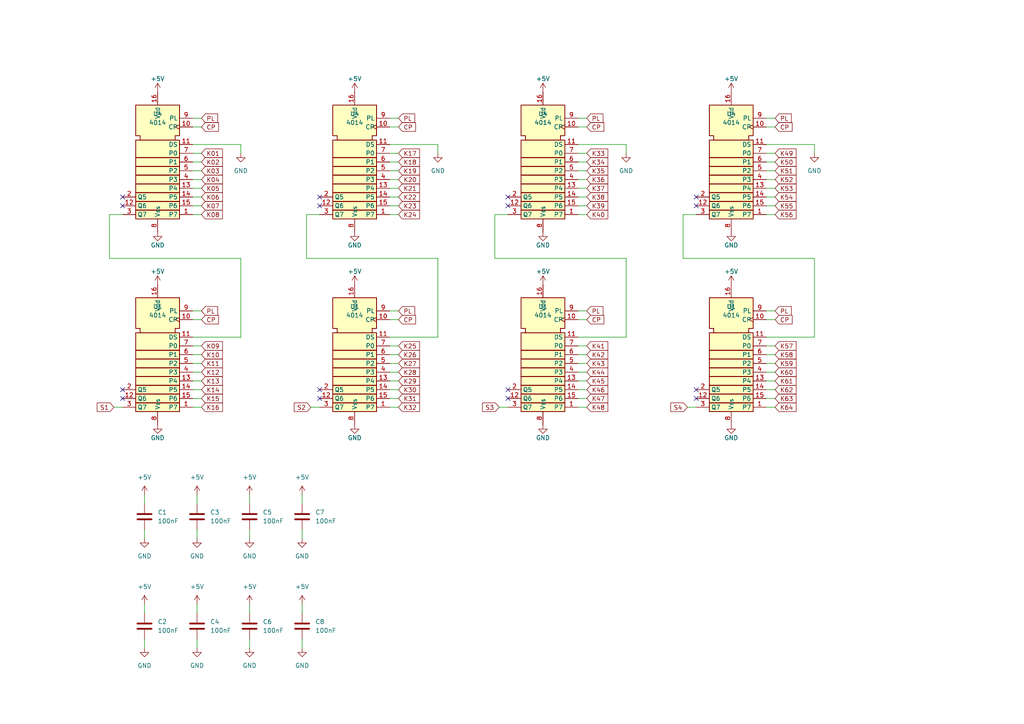
<source format=kicad_sch>
(kicad_sch (version 20230121) (generator eeschema)

  (uuid e7524c99-ecfb-4faa-83e6-5cd195acf6bc)

  (paper "A4")

  (lib_symbols
    (symbol "4xxx_IEEE:4014" (in_bom yes) (on_board yes)
      (property "Reference" "U" (at 7.62 11.43 0)
        (effects (font (size 1.27 1.27)))
      )
      (property "Value" "4014" (at 7.62 -17.78 0)
        (effects (font (size 1.27 1.27)))
      )
      (property "Footprint" "" (at 0 3.81 0)
        (effects (font (size 1.27 1.27)) hide)
      )
      (property "Datasheet" "" (at 0 3.81 0)
        (effects (font (size 1.27 1.27)) hide)
      )
      (symbol "4014_0_1"
        (rectangle (start -6.35 -13.97) (end 6.35 -16.51)
          (stroke (width 0.254) (type default))
          (fill (type background))
        )
        (rectangle (start -6.35 -11.43) (end 6.35 -13.97)
          (stroke (width 0.254) (type default))
          (fill (type background))
        )
        (rectangle (start -6.35 -8.89) (end 6.35 -11.43)
          (stroke (width 0.254) (type default))
          (fill (type background))
        )
        (rectangle (start -6.35 -6.35) (end 6.35 -8.89)
          (stroke (width 0.254) (type default))
          (fill (type background))
        )
        (rectangle (start -6.35 -3.81) (end 6.35 -6.35)
          (stroke (width 0.254) (type default))
          (fill (type background))
        )
        (rectangle (start -6.35 -1.27) (end 6.35 -3.81)
          (stroke (width 0.254) (type default))
          (fill (type background))
        )
        (rectangle (start -6.35 1.27) (end 6.35 -1.27)
          (stroke (width 0.254) (type default))
          (fill (type background))
        )
        (rectangle (start -6.35 6.35) (end 6.35 1.27)
          (stroke (width 0.254) (type default))
          (fill (type background))
        )
        (polyline
          (pts
            (xy -5.08 6.35)
            (xy -5.08 7.62)
            (xy -6.35 7.62)
            (xy -6.35 16.51)
            (xy 6.35 16.51)
            (xy 6.35 7.62)
            (xy 5.08 7.62)
            (xy 5.08 6.35)
            (xy 5.08 6.35)
          )
          (stroke (width 0.254) (type default))
          (fill (type background))
        )
      )
      (symbol "4014_1_1"
        (pin input line (at -10.16 -15.24 0) (length 3.81)
          (name "P7" (effects (font (size 1.27 1.27))))
          (number "1" (effects (font (size 1.27 1.27))))
        )
        (pin input clock (at -10.16 10.16 0) (length 3.81)
          (name "CP" (effects (font (size 1.27 1.27))))
          (number "10" (effects (font (size 1.27 1.27))))
        )
        (pin input line (at -10.16 5.08 0) (length 3.81)
          (name "DS" (effects (font (size 1.27 1.27))))
          (number "11" (effects (font (size 1.27 1.27))))
        )
        (pin output line (at 10.16 -12.7 180) (length 3.81)
          (name "Q6" (effects (font (size 1.27 1.27))))
          (number "12" (effects (font (size 1.27 1.27))))
        )
        (pin input line (at -10.16 -7.62 0) (length 3.81)
          (name "P4" (effects (font (size 1.27 1.27))))
          (number "13" (effects (font (size 1.27 1.27))))
        )
        (pin input line (at -10.16 -10.16 0) (length 3.81)
          (name "P5" (effects (font (size 1.27 1.27))))
          (number "14" (effects (font (size 1.27 1.27))))
        )
        (pin input line (at -10.16 -12.7 0) (length 3.81)
          (name "P6" (effects (font (size 1.27 1.27))))
          (number "15" (effects (font (size 1.27 1.27))))
        )
        (pin power_in line (at 0 20.32 270) (length 3.81)
          (name "Vdd" (effects (font (size 1.27 1.27))))
          (number "16" (effects (font (size 1.27 1.27))))
        )
        (pin output line (at 10.16 -10.16 180) (length 3.81)
          (name "Q5" (effects (font (size 1.27 1.27))))
          (number "2" (effects (font (size 1.27 1.27))))
        )
        (pin output line (at 10.16 -15.24 180) (length 3.81)
          (name "Q7" (effects (font (size 1.27 1.27))))
          (number "3" (effects (font (size 1.27 1.27))))
        )
        (pin input line (at -10.16 -5.08 0) (length 3.81)
          (name "P3" (effects (font (size 1.27 1.27))))
          (number "4" (effects (font (size 1.27 1.27))))
        )
        (pin input line (at -10.16 -2.54 0) (length 3.81)
          (name "P2" (effects (font (size 1.27 1.27))))
          (number "5" (effects (font (size 1.27 1.27))))
        )
        (pin input line (at -10.16 0 0) (length 3.81)
          (name "P1" (effects (font (size 1.27 1.27))))
          (number "6" (effects (font (size 1.27 1.27))))
        )
        (pin input line (at -10.16 2.54 0) (length 3.81)
          (name "P0" (effects (font (size 1.27 1.27))))
          (number "7" (effects (font (size 1.27 1.27))))
        )
        (pin power_in line (at 0 -20.32 90) (length 3.81)
          (name "Vss" (effects (font (size 1.27 1.27))))
          (number "8" (effects (font (size 1.27 1.27))))
        )
        (pin input line (at -10.16 12.7 0) (length 3.81)
          (name "PL" (effects (font (size 1.27 1.27))))
          (number "9" (effects (font (size 1.27 1.27))))
        )
      )
    )
    (symbol "Device:C" (pin_numbers hide) (pin_names (offset 0.254)) (in_bom yes) (on_board yes)
      (property "Reference" "C" (at 0.635 2.54 0)
        (effects (font (size 1.27 1.27)) (justify left))
      )
      (property "Value" "C" (at 0.635 -2.54 0)
        (effects (font (size 1.27 1.27)) (justify left))
      )
      (property "Footprint" "" (at 0.9652 -3.81 0)
        (effects (font (size 1.27 1.27)) hide)
      )
      (property "Datasheet" "~" (at 0 0 0)
        (effects (font (size 1.27 1.27)) hide)
      )
      (property "ki_keywords" "cap capacitor" (at 0 0 0)
        (effects (font (size 1.27 1.27)) hide)
      )
      (property "ki_description" "Unpolarized capacitor" (at 0 0 0)
        (effects (font (size 1.27 1.27)) hide)
      )
      (property "ki_fp_filters" "C_*" (at 0 0 0)
        (effects (font (size 1.27 1.27)) hide)
      )
      (symbol "C_0_1"
        (polyline
          (pts
            (xy -2.032 -0.762)
            (xy 2.032 -0.762)
          )
          (stroke (width 0.508) (type default))
          (fill (type none))
        )
        (polyline
          (pts
            (xy -2.032 0.762)
            (xy 2.032 0.762)
          )
          (stroke (width 0.508) (type default))
          (fill (type none))
        )
      )
      (symbol "C_1_1"
        (pin passive line (at 0 3.81 270) (length 2.794)
          (name "~" (effects (font (size 1.27 1.27))))
          (number "1" (effects (font (size 1.27 1.27))))
        )
        (pin passive line (at 0 -3.81 90) (length 2.794)
          (name "~" (effects (font (size 1.27 1.27))))
          (number "2" (effects (font (size 1.27 1.27))))
        )
      )
    )
    (symbol "power:+5V" (power) (pin_names (offset 0)) (in_bom yes) (on_board yes)
      (property "Reference" "#PWR" (at 0 -3.81 0)
        (effects (font (size 1.27 1.27)) hide)
      )
      (property "Value" "+5V" (at 0 3.556 0)
        (effects (font (size 1.27 1.27)))
      )
      (property "Footprint" "" (at 0 0 0)
        (effects (font (size 1.27 1.27)) hide)
      )
      (property "Datasheet" "" (at 0 0 0)
        (effects (font (size 1.27 1.27)) hide)
      )
      (property "ki_keywords" "global power" (at 0 0 0)
        (effects (font (size 1.27 1.27)) hide)
      )
      (property "ki_description" "Power symbol creates a global label with name \"+5V\"" (at 0 0 0)
        (effects (font (size 1.27 1.27)) hide)
      )
      (symbol "+5V_0_1"
        (polyline
          (pts
            (xy -0.762 1.27)
            (xy 0 2.54)
          )
          (stroke (width 0) (type default))
          (fill (type none))
        )
        (polyline
          (pts
            (xy 0 0)
            (xy 0 2.54)
          )
          (stroke (width 0) (type default))
          (fill (type none))
        )
        (polyline
          (pts
            (xy 0 2.54)
            (xy 0.762 1.27)
          )
          (stroke (width 0) (type default))
          (fill (type none))
        )
      )
      (symbol "+5V_1_1"
        (pin power_in line (at 0 0 90) (length 0) hide
          (name "+5V" (effects (font (size 1.27 1.27))))
          (number "1" (effects (font (size 1.27 1.27))))
        )
      )
    )
    (symbol "power:GND" (power) (pin_names (offset 0)) (in_bom yes) (on_board yes)
      (property "Reference" "#PWR" (at 0 -6.35 0)
        (effects (font (size 1.27 1.27)) hide)
      )
      (property "Value" "GND" (at 0 -3.81 0)
        (effects (font (size 1.27 1.27)))
      )
      (property "Footprint" "" (at 0 0 0)
        (effects (font (size 1.27 1.27)) hide)
      )
      (property "Datasheet" "" (at 0 0 0)
        (effects (font (size 1.27 1.27)) hide)
      )
      (property "ki_keywords" "global power" (at 0 0 0)
        (effects (font (size 1.27 1.27)) hide)
      )
      (property "ki_description" "Power symbol creates a global label with name \"GND\" , ground" (at 0 0 0)
        (effects (font (size 1.27 1.27)) hide)
      )
      (symbol "GND_0_1"
        (polyline
          (pts
            (xy 0 0)
            (xy 0 -1.27)
            (xy 1.27 -1.27)
            (xy 0 -2.54)
            (xy -1.27 -1.27)
            (xy 0 -1.27)
          )
          (stroke (width 0) (type default))
          (fill (type none))
        )
      )
      (symbol "GND_1_1"
        (pin power_in line (at 0 0 270) (length 0) hide
          (name "GND" (effects (font (size 1.27 1.27))))
          (number "1" (effects (font (size 1.27 1.27))))
        )
      )
    )
  )


  (no_connect (at 92.71 59.69) (uuid 14cffa94-67cc-48d2-8cee-2e95f7de0f0a))
  (no_connect (at 35.56 113.03) (uuid 1e717fe5-5c4b-4762-96bf-9669bc105f28))
  (no_connect (at 92.71 115.57) (uuid 28c35adf-138c-49c7-8f1b-30d5623f3f62))
  (no_connect (at 147.32 57.15) (uuid 443163da-88b3-466b-9ff9-ca442c155713))
  (no_connect (at 147.32 59.69) (uuid 4ab54ad2-1354-40d3-b080-6ad7a50aec19))
  (no_connect (at 147.32 115.57) (uuid 65af44c4-9708-4fc4-8447-ce798eed843e))
  (no_connect (at 201.93 59.69) (uuid 6a00a014-b36d-4cce-ad79-bcee2446cac1))
  (no_connect (at 92.71 57.15) (uuid 811c6d43-5a57-4d40-a321-cbbbd940918e))
  (no_connect (at 201.93 115.57) (uuid 8c3bf0c5-5e4f-478c-91e4-dc09439fc88d))
  (no_connect (at 201.93 57.15) (uuid 9032cc76-8e12-42e5-94cb-f77bc1f69747))
  (no_connect (at 35.56 57.15) (uuid a52d810e-b4b4-4cfb-be0d-27d15838a300))
  (no_connect (at 92.71 113.03) (uuid b43ccc22-642b-4ee6-8d84-1dc09b02c9b5))
  (no_connect (at 201.93 113.03) (uuid ba465d6b-25ce-4a35-ad69-3b2315e61cb7))
  (no_connect (at 35.56 115.57) (uuid ef871cce-7ada-4ed8-a71f-e5dffb1b36a4))
  (no_connect (at 35.56 59.69) (uuid f43de700-7da0-4d9d-8588-95427b562c08))
  (no_connect (at 147.32 113.03) (uuid f8f1f120-5910-4746-86ce-2a44201d1d1c))

  (wire (pts (xy 236.22 44.45) (xy 236.22 41.91))
    (stroke (width 0) (type default))
    (uuid 0276499d-be5b-4b91-9996-463b83e08389)
  )
  (wire (pts (xy 55.88 57.15) (xy 58.42 57.15))
    (stroke (width 0) (type default))
    (uuid 05606bf0-3f2c-409e-ab0e-f44dbff88ca8)
  )
  (wire (pts (xy 88.9 62.23) (xy 88.9 74.93))
    (stroke (width 0) (type default))
    (uuid 0a6a6814-44bd-480b-9817-d24e9710efab)
  )
  (wire (pts (xy 127 74.93) (xy 127 97.79))
    (stroke (width 0) (type default))
    (uuid 0af4934e-a4d2-4132-8345-4348e22fb27d)
  )
  (wire (pts (xy 113.03 46.99) (xy 115.57 46.99))
    (stroke (width 0) (type default))
    (uuid 0ca0bef0-65dd-4ed9-af6c-7211a440acdc)
  )
  (wire (pts (xy 167.64 107.95) (xy 170.18 107.95))
    (stroke (width 0) (type default))
    (uuid 0d822ec5-192f-438c-84f7-f84d0058af3f)
  )
  (wire (pts (xy 41.91 175.26) (xy 41.91 177.8))
    (stroke (width 0) (type default))
    (uuid 0de02503-7bf4-4f5a-939e-6091659a237d)
  )
  (wire (pts (xy 222.25 100.33) (xy 224.79 100.33))
    (stroke (width 0) (type default))
    (uuid 10d66372-25f6-4a4a-b4bb-93ecf9359b14)
  )
  (wire (pts (xy 113.03 36.83) (xy 115.57 36.83))
    (stroke (width 0) (type default))
    (uuid 12052237-67c3-47f0-adab-9dd015de8a2f)
  )
  (wire (pts (xy 55.88 36.83) (xy 58.42 36.83))
    (stroke (width 0) (type default))
    (uuid 12fa32de-8770-4c41-b1c5-2d7e5d27bfcc)
  )
  (wire (pts (xy 143.51 62.23) (xy 143.51 74.93))
    (stroke (width 0) (type default))
    (uuid 13580cc4-13b3-41a3-977d-4ac6f3dfcd46)
  )
  (wire (pts (xy 88.9 74.93) (xy 127 74.93))
    (stroke (width 0) (type default))
    (uuid 17ee1047-081e-45dc-9691-13242dba5820)
  )
  (wire (pts (xy 55.88 107.95) (xy 58.42 107.95))
    (stroke (width 0) (type default))
    (uuid 187d340b-adb9-49c8-a4cf-47b7333acfd6)
  )
  (wire (pts (xy 113.03 59.69) (xy 115.57 59.69))
    (stroke (width 0) (type default))
    (uuid 1a297d39-714f-4a68-a623-153e84bf0504)
  )
  (wire (pts (xy 167.64 44.45) (xy 170.18 44.45))
    (stroke (width 0) (type default))
    (uuid 1aa5dc1e-e305-4da7-803b-eff4b47d6e03)
  )
  (wire (pts (xy 236.22 74.93) (xy 236.22 97.79))
    (stroke (width 0) (type default))
    (uuid 1bcf2eb7-1f21-4563-b13d-fae1e14fae47)
  )
  (wire (pts (xy 222.25 113.03) (xy 224.79 113.03))
    (stroke (width 0) (type default))
    (uuid 1d9ad4d0-0ed1-4129-9bda-236961808bc9)
  )
  (wire (pts (xy 41.91 153.67) (xy 41.91 156.21))
    (stroke (width 0) (type default))
    (uuid 1ffe115c-effc-4d04-9759-72869892e7ff)
  )
  (wire (pts (xy 222.25 54.61) (xy 224.79 54.61))
    (stroke (width 0) (type default))
    (uuid 22c92ac1-3f2a-4410-b9ff-5416b736d251)
  )
  (wire (pts (xy 87.63 153.67) (xy 87.63 156.21))
    (stroke (width 0) (type default))
    (uuid 237d14aa-1e31-4a71-a6ec-67973408d785)
  )
  (wire (pts (xy 167.64 49.53) (xy 170.18 49.53))
    (stroke (width 0) (type default))
    (uuid 25a70b87-d771-4492-870d-d3c2234ce309)
  )
  (wire (pts (xy 222.25 110.49) (xy 224.79 110.49))
    (stroke (width 0) (type default))
    (uuid 271e5839-fe98-4194-8e0b-aed82aa7adf9)
  )
  (wire (pts (xy 222.25 41.91) (xy 236.22 41.91))
    (stroke (width 0) (type default))
    (uuid 27c8d162-2b66-465f-bfe6-de54cf7c8e39)
  )
  (wire (pts (xy 113.03 113.03) (xy 115.57 113.03))
    (stroke (width 0) (type default))
    (uuid 281f8b3b-c511-42ae-8a25-af54ab850b50)
  )
  (wire (pts (xy 55.88 105.41) (xy 58.42 105.41))
    (stroke (width 0) (type default))
    (uuid 2a9cd462-6999-442a-acb2-ee6632d70627)
  )
  (wire (pts (xy 87.63 175.26) (xy 87.63 177.8))
    (stroke (width 0) (type default))
    (uuid 2bac8e81-32a5-4b10-8515-9207141ab247)
  )
  (wire (pts (xy 92.71 118.11) (xy 90.17 118.11))
    (stroke (width 0) (type default))
    (uuid 2c1c6134-a5b3-4220-ad53-4b161e15f972)
  )
  (wire (pts (xy 55.88 62.23) (xy 58.42 62.23))
    (stroke (width 0) (type default))
    (uuid 2cdc36ca-4912-48bc-b89b-5656b482bd66)
  )
  (wire (pts (xy 222.25 49.53) (xy 224.79 49.53))
    (stroke (width 0) (type default))
    (uuid 2f40846d-8ee6-441e-92ea-8c913f0e1aa7)
  )
  (wire (pts (xy 222.25 102.87) (xy 224.79 102.87))
    (stroke (width 0) (type default))
    (uuid 303c156a-2e0c-4554-ab96-ec505c5efbe5)
  )
  (wire (pts (xy 167.64 59.69) (xy 170.18 59.69))
    (stroke (width 0) (type default))
    (uuid 34277a5c-82e3-476c-a6c1-c2a1fc15af0c)
  )
  (wire (pts (xy 55.88 46.99) (xy 58.42 46.99))
    (stroke (width 0) (type default))
    (uuid 34477f08-ea9c-403b-97ff-7359564054bb)
  )
  (wire (pts (xy 222.25 46.99) (xy 224.79 46.99))
    (stroke (width 0) (type default))
    (uuid 356ef363-4c11-487d-90fe-a42163a3a3f3)
  )
  (wire (pts (xy 222.25 52.07) (xy 224.79 52.07))
    (stroke (width 0) (type default))
    (uuid 386a2998-30c5-41ac-99e5-8e39659b3025)
  )
  (wire (pts (xy 201.93 118.11) (xy 199.39 118.11))
    (stroke (width 0) (type default))
    (uuid 38fb66f7-a275-432a-886e-231664c50ecb)
  )
  (wire (pts (xy 113.03 118.11) (xy 115.57 118.11))
    (stroke (width 0) (type default))
    (uuid 3a7759b0-1389-4fc6-ad8c-1e6378725eca)
  )
  (wire (pts (xy 198.12 62.23) (xy 198.12 74.93))
    (stroke (width 0) (type default))
    (uuid 3b1ae72d-c917-4914-b75c-7a8b7c1d8ca6)
  )
  (wire (pts (xy 181.61 44.45) (xy 181.61 41.91))
    (stroke (width 0) (type default))
    (uuid 3b2e586b-7f3f-423d-9021-a42ffef20b9f)
  )
  (wire (pts (xy 222.25 107.95) (xy 224.79 107.95))
    (stroke (width 0) (type default))
    (uuid 3c4845d5-4a75-4f57-b4a1-cdc93fd264ad)
  )
  (wire (pts (xy 113.03 49.53) (xy 115.57 49.53))
    (stroke (width 0) (type default))
    (uuid 3cced46d-a1ec-4a35-9c92-8ce653368989)
  )
  (wire (pts (xy 222.25 59.69) (xy 224.79 59.69))
    (stroke (width 0) (type default))
    (uuid 3d7cc67e-bba3-409c-a437-cfc94dc847e7)
  )
  (wire (pts (xy 113.03 52.07) (xy 115.57 52.07))
    (stroke (width 0) (type default))
    (uuid 41d84329-d3a6-4c14-bdf8-01cb0f1ae6ae)
  )
  (wire (pts (xy 55.88 110.49) (xy 58.42 110.49))
    (stroke (width 0) (type default))
    (uuid 42bb523d-0bce-406b-94f1-f86fc5a5c2ef)
  )
  (wire (pts (xy 58.42 92.71) (xy 55.88 92.71))
    (stroke (width 0) (type default))
    (uuid 453bb349-683f-418c-8411-e68339f82dab)
  )
  (wire (pts (xy 224.79 92.71) (xy 222.25 92.71))
    (stroke (width 0) (type default))
    (uuid 4871f425-c588-42d1-ad76-e2badaad3cbe)
  )
  (wire (pts (xy 113.03 107.95) (xy 115.57 107.95))
    (stroke (width 0) (type default))
    (uuid 497685c9-50f6-45ee-8182-ca2c7f3a19f6)
  )
  (wire (pts (xy 57.15 185.42) (xy 57.15 187.96))
    (stroke (width 0) (type default))
    (uuid 50885096-75d2-4bd1-9e20-58dfb323c05b)
  )
  (wire (pts (xy 113.03 57.15) (xy 115.57 57.15))
    (stroke (width 0) (type default))
    (uuid 51f5a154-05a4-4763-8cd5-748ec4962b0f)
  )
  (wire (pts (xy 55.88 41.91) (xy 69.85 41.91))
    (stroke (width 0) (type default))
    (uuid 55a73417-8fc3-410c-ae06-1d9ecb86ca7b)
  )
  (wire (pts (xy 222.25 57.15) (xy 224.79 57.15))
    (stroke (width 0) (type default))
    (uuid 5675351d-68ee-4a13-a281-b70ec097d0b3)
  )
  (wire (pts (xy 167.64 54.61) (xy 170.18 54.61))
    (stroke (width 0) (type default))
    (uuid 58fccc8b-9b17-4df6-a83a-e7aa2228ccf3)
  )
  (wire (pts (xy 55.88 44.45) (xy 58.42 44.45))
    (stroke (width 0) (type default))
    (uuid 5c4de25a-42ba-4c5f-861c-4b6668f14b3f)
  )
  (wire (pts (xy 170.18 92.71) (xy 167.64 92.71))
    (stroke (width 0) (type default))
    (uuid 601a1154-d30f-4d6a-acf9-01fe2e762f5c)
  )
  (wire (pts (xy 57.15 153.67) (xy 57.15 156.21))
    (stroke (width 0) (type default))
    (uuid 636802fc-d8dd-4b22-b89a-960e146164c1)
  )
  (wire (pts (xy 143.51 74.93) (xy 181.61 74.93))
    (stroke (width 0) (type default))
    (uuid 6b8b8f20-1e64-49ef-a3e0-d482208b73b7)
  )
  (wire (pts (xy 167.64 105.41) (xy 170.18 105.41))
    (stroke (width 0) (type default))
    (uuid 71ea57ad-8c56-4aff-9720-ac865c46a628)
  )
  (wire (pts (xy 170.18 90.17) (xy 167.64 90.17))
    (stroke (width 0) (type default))
    (uuid 778fcaf3-ca5b-4bad-8696-426f370327df)
  )
  (wire (pts (xy 115.57 92.71) (xy 113.03 92.71))
    (stroke (width 0) (type default))
    (uuid 7ad60d8f-93bf-4f46-a87c-98f966ff0a59)
  )
  (wire (pts (xy 87.63 143.51) (xy 87.63 146.05))
    (stroke (width 0) (type default))
    (uuid 7ae05eaa-6d3e-4bf5-a9d9-5c646001ad75)
  )
  (wire (pts (xy 113.03 54.61) (xy 115.57 54.61))
    (stroke (width 0) (type default))
    (uuid 7c7ffb79-5d6d-4bdf-a71c-637b98cf2e26)
  )
  (wire (pts (xy 167.64 97.79) (xy 181.61 97.79))
    (stroke (width 0) (type default))
    (uuid 7d87399d-0b50-4b45-9758-2dc820803254)
  )
  (wire (pts (xy 167.64 118.11) (xy 170.18 118.11))
    (stroke (width 0) (type default))
    (uuid 7dcdd288-0b42-4813-8524-347bf373369a)
  )
  (wire (pts (xy 57.15 175.26) (xy 57.15 177.8))
    (stroke (width 0) (type default))
    (uuid 7df73fe8-4940-485a-80a7-da277c3a7e40)
  )
  (wire (pts (xy 167.64 102.87) (xy 170.18 102.87))
    (stroke (width 0) (type default))
    (uuid 80b9086e-1fc0-4517-9088-41e0df56c621)
  )
  (wire (pts (xy 147.32 118.11) (xy 144.78 118.11))
    (stroke (width 0) (type default))
    (uuid 8138988e-026e-4554-a528-acb2bbfdbe56)
  )
  (wire (pts (xy 147.32 62.23) (xy 143.51 62.23))
    (stroke (width 0) (type default))
    (uuid 82ab9c06-d055-4660-a729-264d411da8bf)
  )
  (wire (pts (xy 41.91 185.42) (xy 41.91 187.96))
    (stroke (width 0) (type default))
    (uuid 85699166-ef08-498b-9b86-05ca37656b90)
  )
  (wire (pts (xy 72.39 143.51) (xy 72.39 146.05))
    (stroke (width 0) (type default))
    (uuid 866e1178-0eec-42f9-9bca-f88532a710a3)
  )
  (wire (pts (xy 167.64 110.49) (xy 170.18 110.49))
    (stroke (width 0) (type default))
    (uuid 8685ba98-4827-4a07-9e10-a9c20f32857f)
  )
  (wire (pts (xy 167.64 46.99) (xy 170.18 46.99))
    (stroke (width 0) (type default))
    (uuid 876e2d30-209f-46fc-9cc5-176064c37df9)
  )
  (wire (pts (xy 113.03 62.23) (xy 115.57 62.23))
    (stroke (width 0) (type default))
    (uuid 891ca616-10d0-42a2-a1dd-31e5f0d2e9fa)
  )
  (wire (pts (xy 55.88 115.57) (xy 58.42 115.57))
    (stroke (width 0) (type default))
    (uuid 893605bb-7646-42de-a08a-2533c5213d10)
  )
  (wire (pts (xy 224.79 90.17) (xy 222.25 90.17))
    (stroke (width 0) (type default))
    (uuid 8aaf18a4-925e-4f0b-af9b-21e6ebdc1ce6)
  )
  (wire (pts (xy 113.03 110.49) (xy 115.57 110.49))
    (stroke (width 0) (type default))
    (uuid 8cbd86a6-ff71-445d-aadb-4d355d43f286)
  )
  (wire (pts (xy 181.61 74.93) (xy 181.61 97.79))
    (stroke (width 0) (type default))
    (uuid 92407709-94ff-45b7-ac90-fcda9a884ee4)
  )
  (wire (pts (xy 198.12 74.93) (xy 236.22 74.93))
    (stroke (width 0) (type default))
    (uuid 94be8936-0594-4f78-b5cc-7e466dc938e6)
  )
  (wire (pts (xy 72.39 185.42) (xy 72.39 187.96))
    (stroke (width 0) (type default))
    (uuid 96b2b32b-d531-4cb3-87ee-7dd08d6d70db)
  )
  (wire (pts (xy 55.88 52.07) (xy 58.42 52.07))
    (stroke (width 0) (type default))
    (uuid 998a5331-ca93-495f-ae05-70616c7c25f5)
  )
  (wire (pts (xy 167.64 36.83) (xy 170.18 36.83))
    (stroke (width 0) (type default))
    (uuid 9ace8d1c-8ac5-4acd-ac7d-52a93528d3f1)
  )
  (wire (pts (xy 55.88 118.11) (xy 58.42 118.11))
    (stroke (width 0) (type default))
    (uuid 9fe6679a-9470-4a09-bc7a-793cca5e76cc)
  )
  (wire (pts (xy 57.15 143.51) (xy 57.15 146.05))
    (stroke (width 0) (type default))
    (uuid a0c1e774-1be9-4d94-802f-edf18cd55203)
  )
  (wire (pts (xy 222.25 34.29) (xy 224.79 34.29))
    (stroke (width 0) (type default))
    (uuid a0e2ed4f-edfc-4482-b36a-24f12d868533)
  )
  (wire (pts (xy 167.64 113.03) (xy 170.18 113.03))
    (stroke (width 0) (type default))
    (uuid a2c2e2da-caf8-40b1-9367-37a58cd41009)
  )
  (wire (pts (xy 55.88 102.87) (xy 58.42 102.87))
    (stroke (width 0) (type default))
    (uuid a4b07988-b2d5-403b-8db6-8711db1fd724)
  )
  (wire (pts (xy 113.03 100.33) (xy 115.57 100.33))
    (stroke (width 0) (type default))
    (uuid a549218f-4f01-4be6-a4fe-e9b95dd790ec)
  )
  (wire (pts (xy 55.88 54.61) (xy 58.42 54.61))
    (stroke (width 0) (type default))
    (uuid a593141b-b15b-47a8-ba40-4414c8d12e2c)
  )
  (wire (pts (xy 31.75 74.93) (xy 69.85 74.93))
    (stroke (width 0) (type default))
    (uuid a65afedc-ac23-431d-adfe-cd99936f60bb)
  )
  (wire (pts (xy 222.25 115.57) (xy 224.79 115.57))
    (stroke (width 0) (type default))
    (uuid ab19425d-5674-4257-99fa-4c8215c4615f)
  )
  (wire (pts (xy 69.85 44.45) (xy 69.85 41.91))
    (stroke (width 0) (type default))
    (uuid b18d3ed9-596b-4b6d-8639-fec06c2d8e03)
  )
  (wire (pts (xy 113.03 102.87) (xy 115.57 102.87))
    (stroke (width 0) (type default))
    (uuid b3d6b986-5a3f-411f-8b78-74d1c400459d)
  )
  (wire (pts (xy 35.56 62.23) (xy 31.75 62.23))
    (stroke (width 0) (type default))
    (uuid b501db5c-e17e-44b7-9432-7f6f9f298698)
  )
  (wire (pts (xy 222.25 62.23) (xy 224.79 62.23))
    (stroke (width 0) (type default))
    (uuid b669c8c0-b878-421d-9bcf-f6f54ce7d108)
  )
  (wire (pts (xy 201.93 62.23) (xy 198.12 62.23))
    (stroke (width 0) (type default))
    (uuid b8d5b417-c3d0-4284-b4ea-7d0bab703c63)
  )
  (wire (pts (xy 58.42 90.17) (xy 55.88 90.17))
    (stroke (width 0) (type default))
    (uuid bb45f9ce-b6f1-47e9-9af1-857048171f13)
  )
  (wire (pts (xy 222.25 105.41) (xy 224.79 105.41))
    (stroke (width 0) (type default))
    (uuid bbac1256-4832-4c9e-94f6-cb19e8d949bd)
  )
  (wire (pts (xy 55.88 97.79) (xy 69.85 97.79))
    (stroke (width 0) (type default))
    (uuid bc31f580-a4bf-439a-a5cc-41766b37f948)
  )
  (wire (pts (xy 55.88 49.53) (xy 58.42 49.53))
    (stroke (width 0) (type default))
    (uuid befb189f-4bb5-4f99-828c-cc2c7573a17a)
  )
  (wire (pts (xy 167.64 34.29) (xy 170.18 34.29))
    (stroke (width 0) (type default))
    (uuid bf4ea84d-89dd-4568-a6c0-7cd65f7c2d63)
  )
  (wire (pts (xy 127 44.45) (xy 127 41.91))
    (stroke (width 0) (type default))
    (uuid c41369d0-8a12-4cce-84b4-1d630461f2ac)
  )
  (wire (pts (xy 69.85 74.93) (xy 69.85 97.79))
    (stroke (width 0) (type default))
    (uuid c42cae48-b97b-4caa-9414-5702d962eee7)
  )
  (wire (pts (xy 31.75 62.23) (xy 31.75 74.93))
    (stroke (width 0) (type default))
    (uuid c7f5270a-6d68-4195-90f5-3a5e7652283f)
  )
  (wire (pts (xy 92.71 62.23) (xy 88.9 62.23))
    (stroke (width 0) (type default))
    (uuid c802db41-3b3a-46be-ab46-4adea9beb0b0)
  )
  (wire (pts (xy 55.88 113.03) (xy 58.42 113.03))
    (stroke (width 0) (type default))
    (uuid c81162d1-0771-495b-bc1b-5067ee4dcbbc)
  )
  (wire (pts (xy 167.64 41.91) (xy 181.61 41.91))
    (stroke (width 0) (type default))
    (uuid c85d34aa-67ce-4f05-b403-b8d44f8dfc41)
  )
  (wire (pts (xy 115.57 90.17) (xy 113.03 90.17))
    (stroke (width 0) (type default))
    (uuid c9dd3404-a3da-4f4d-ad14-7457fd7a298b)
  )
  (wire (pts (xy 222.25 36.83) (xy 224.79 36.83))
    (stroke (width 0) (type default))
    (uuid cb2a3a9c-19ab-49aa-8fd9-3f2c47ab38d7)
  )
  (wire (pts (xy 113.03 44.45) (xy 115.57 44.45))
    (stroke (width 0) (type default))
    (uuid cbdf7df3-bf22-4068-b7e7-56bd22e477db)
  )
  (wire (pts (xy 222.25 97.79) (xy 236.22 97.79))
    (stroke (width 0) (type default))
    (uuid cca53bde-7508-4c30-953b-58f0a9a145a7)
  )
  (wire (pts (xy 41.91 143.51) (xy 41.91 146.05))
    (stroke (width 0) (type default))
    (uuid cfe422b8-1073-4897-936a-6f1571c668d6)
  )
  (wire (pts (xy 55.88 59.69) (xy 58.42 59.69))
    (stroke (width 0) (type default))
    (uuid d34550d1-7bad-47ce-b264-6037cff2bc1e)
  )
  (wire (pts (xy 113.03 115.57) (xy 115.57 115.57))
    (stroke (width 0) (type default))
    (uuid d6286f61-24cf-4320-8541-63c243b05be7)
  )
  (wire (pts (xy 113.03 34.29) (xy 115.57 34.29))
    (stroke (width 0) (type default))
    (uuid d75bee3b-e9d3-4c20-b1c5-51f2a39198b2)
  )
  (wire (pts (xy 35.56 118.11) (xy 33.02 118.11))
    (stroke (width 0) (type default))
    (uuid dbc6e70a-9c98-4762-8b8c-6ebe2be0bb20)
  )
  (wire (pts (xy 55.88 34.29) (xy 58.42 34.29))
    (stroke (width 0) (type default))
    (uuid ddcf43c3-b43d-4bb1-ae8a-baf926420fb6)
  )
  (wire (pts (xy 167.64 57.15) (xy 170.18 57.15))
    (stroke (width 0) (type default))
    (uuid df88bb61-d429-497a-ae28-d1b42cff493e)
  )
  (wire (pts (xy 72.39 175.26) (xy 72.39 177.8))
    (stroke (width 0) (type default))
    (uuid e1235a49-fd13-45be-97ac-880a2b61151c)
  )
  (wire (pts (xy 113.03 41.91) (xy 127 41.91))
    (stroke (width 0) (type default))
    (uuid e85b87ca-83a7-485e-8910-f275347336d5)
  )
  (wire (pts (xy 55.88 100.33) (xy 58.42 100.33))
    (stroke (width 0) (type default))
    (uuid eb3be66b-e034-4c77-8050-226be17a4137)
  )
  (wire (pts (xy 72.39 153.67) (xy 72.39 156.21))
    (stroke (width 0) (type default))
    (uuid eb6b0a4b-566c-41bc-b972-b8491e8b7a11)
  )
  (wire (pts (xy 87.63 185.42) (xy 87.63 187.96))
    (stroke (width 0) (type default))
    (uuid ec0f65d3-a688-4fcb-8bfd-63753f84ce8b)
  )
  (wire (pts (xy 167.64 52.07) (xy 170.18 52.07))
    (stroke (width 0) (type default))
    (uuid f2b92b90-f981-42ef-85d9-a1d6fe6a4953)
  )
  (wire (pts (xy 222.25 44.45) (xy 224.79 44.45))
    (stroke (width 0) (type default))
    (uuid f3c240cc-ee06-4a91-9d0d-6b4c852d5db7)
  )
  (wire (pts (xy 167.64 100.33) (xy 170.18 100.33))
    (stroke (width 0) (type default))
    (uuid f7135501-4d1e-4944-8909-a1c87492befb)
  )
  (wire (pts (xy 113.03 105.41) (xy 115.57 105.41))
    (stroke (width 0) (type default))
    (uuid f92045fa-2b98-4f03-b809-259e7e905eb9)
  )
  (wire (pts (xy 113.03 97.79) (xy 127 97.79))
    (stroke (width 0) (type default))
    (uuid f9cc68fe-e7f5-4115-b2ba-d4d1850a9193)
  )
  (wire (pts (xy 167.64 115.57) (xy 170.18 115.57))
    (stroke (width 0) (type default))
    (uuid fa21b323-83bd-49b9-be8d-e394cf4ab903)
  )
  (wire (pts (xy 167.64 62.23) (xy 170.18 62.23))
    (stroke (width 0) (type default))
    (uuid fbcd541b-6170-4441-893f-1ed1792fc391)
  )
  (wire (pts (xy 222.25 118.11) (xy 224.79 118.11))
    (stroke (width 0) (type default))
    (uuid fe96cb4a-88b0-4051-b9e5-d92cd194aa59)
  )

  (global_label "K19" (shape input) (at 115.57 49.53 0) (fields_autoplaced)
    (effects (font (size 1.27 1.27)) (justify left))
    (uuid 0071c679-162a-4ce2-b309-b7d9743fb4e1)
    (property "Intersheetrefs" "${INTERSHEET_REFS}" (at 121.6721 49.4506 0)
      (effects (font (size 1.27 1.27)) (justify left) hide)
    )
  )
  (global_label "K54" (shape input) (at 224.79 57.15 0) (fields_autoplaced)
    (effects (font (size 1.27 1.27)) (justify left))
    (uuid 04b339c2-59e0-4390-8307-050d90b428fc)
    (property "Intersheetrefs" "${INTERSHEET_REFS}" (at 230.8921 57.0706 0)
      (effects (font (size 1.27 1.27)) (justify left) hide)
    )
  )
  (global_label "PL" (shape input) (at 58.42 90.17 0) (fields_autoplaced)
    (effects (font (size 1.27 1.27)) (justify left))
    (uuid 164c2cf0-1032-4f08-8ee7-88700d064964)
    (property "Intersheetrefs" "${INTERSHEET_REFS}" (at 63.1312 90.0906 0)
      (effects (font (size 1.27 1.27)) (justify left) hide)
    )
  )
  (global_label "K43" (shape input) (at 170.18 105.41 0) (fields_autoplaced)
    (effects (font (size 1.27 1.27)) (justify left))
    (uuid 18876c81-ef54-414b-88e5-5c9c11ccff2e)
    (property "Intersheetrefs" "${INTERSHEET_REFS}" (at 176.2821 105.3306 0)
      (effects (font (size 1.27 1.27)) (justify left) hide)
    )
  )
  (global_label "K53" (shape input) (at 224.79 54.61 0) (fields_autoplaced)
    (effects (font (size 1.27 1.27)) (justify left))
    (uuid 1dc46ae8-5e56-4cab-a08d-396866d1800c)
    (property "Intersheetrefs" "${INTERSHEET_REFS}" (at 230.8921 54.5306 0)
      (effects (font (size 1.27 1.27)) (justify left) hide)
    )
  )
  (global_label "S3" (shape input) (at 144.78 118.11 180) (fields_autoplaced)
    (effects (font (size 1.27 1.27)) (justify right))
    (uuid 21801524-bde6-4010-9d7b-ec2099689dd0)
    (property "Intersheetrefs" "${INTERSHEET_REFS}" (at 139.4552 118.11 0)
      (effects (font (size 1.27 1.27)) (justify right) hide)
    )
  )
  (global_label "K36" (shape input) (at 170.18 52.07 0) (fields_autoplaced)
    (effects (font (size 1.27 1.27)) (justify left))
    (uuid 230a3910-77ec-4816-8baa-41c625eeb6fb)
    (property "Intersheetrefs" "${INTERSHEET_REFS}" (at 176.2821 51.9906 0)
      (effects (font (size 1.27 1.27)) (justify left) hide)
    )
  )
  (global_label "K26" (shape input) (at 115.57 102.87 0) (fields_autoplaced)
    (effects (font (size 1.27 1.27)) (justify left))
    (uuid 24473bd8-44d7-4ef9-a1e5-5851324ce48f)
    (property "Intersheetrefs" "${INTERSHEET_REFS}" (at 121.6721 102.7906 0)
      (effects (font (size 1.27 1.27)) (justify left) hide)
    )
  )
  (global_label "K59" (shape input) (at 224.79 105.41 0) (fields_autoplaced)
    (effects (font (size 1.27 1.27)) (justify left))
    (uuid 247a6a1b-06ad-4cd3-bdb8-0e27b62f6cda)
    (property "Intersheetrefs" "${INTERSHEET_REFS}" (at 230.8921 105.3306 0)
      (effects (font (size 1.27 1.27)) (justify left) hide)
    )
  )
  (global_label "K15" (shape input) (at 58.42 115.57 0) (fields_autoplaced)
    (effects (font (size 1.27 1.27)) (justify left))
    (uuid 24a74fdb-999f-42cd-bc13-284477d4b412)
    (property "Intersheetrefs" "${INTERSHEET_REFS}" (at 64.5221 115.4906 0)
      (effects (font (size 1.27 1.27)) (justify left) hide)
    )
  )
  (global_label "K01" (shape input) (at 58.42 44.45 0) (fields_autoplaced)
    (effects (font (size 1.27 1.27)) (justify left))
    (uuid 25d6d3f3-7f45-4cda-a498-19ff220435f5)
    (property "Intersheetrefs" "${INTERSHEET_REFS}" (at 64.5221 44.3706 0)
      (effects (font (size 1.27 1.27)) (justify left) hide)
    )
  )
  (global_label "K18" (shape input) (at 115.57 46.99 0) (fields_autoplaced)
    (effects (font (size 1.27 1.27)) (justify left))
    (uuid 28df5c31-33fd-4555-af61-7fabdf366193)
    (property "Intersheetrefs" "${INTERSHEET_REFS}" (at 121.6721 46.9106 0)
      (effects (font (size 1.27 1.27)) (justify left) hide)
    )
  )
  (global_label "K35" (shape input) (at 170.18 49.53 0) (fields_autoplaced)
    (effects (font (size 1.27 1.27)) (justify left))
    (uuid 293adc3d-a46c-44d1-8d41-3a2b72f85297)
    (property "Intersheetrefs" "${INTERSHEET_REFS}" (at 176.2821 49.4506 0)
      (effects (font (size 1.27 1.27)) (justify left) hide)
    )
  )
  (global_label "K56" (shape input) (at 224.79 62.23 0) (fields_autoplaced)
    (effects (font (size 1.27 1.27)) (justify left))
    (uuid 2b23abc2-3221-4122-8cda-d453b49b3b26)
    (property "Intersheetrefs" "${INTERSHEET_REFS}" (at 230.8921 62.1506 0)
      (effects (font (size 1.27 1.27)) (justify left) hide)
    )
  )
  (global_label "K47" (shape input) (at 170.18 115.57 0) (fields_autoplaced)
    (effects (font (size 1.27 1.27)) (justify left))
    (uuid 2f64b548-2347-46d8-9e90-50ab93bf4123)
    (property "Intersheetrefs" "${INTERSHEET_REFS}" (at 176.2821 115.4906 0)
      (effects (font (size 1.27 1.27)) (justify left) hide)
    )
  )
  (global_label "K28" (shape input) (at 115.57 107.95 0) (fields_autoplaced)
    (effects (font (size 1.27 1.27)) (justify left))
    (uuid 36715cee-3114-4059-8879-f9f580693722)
    (property "Intersheetrefs" "${INTERSHEET_REFS}" (at 121.6721 107.8706 0)
      (effects (font (size 1.27 1.27)) (justify left) hide)
    )
  )
  (global_label "K29" (shape input) (at 115.57 110.49 0) (fields_autoplaced)
    (effects (font (size 1.27 1.27)) (justify left))
    (uuid 39474139-938d-4c60-9c73-f8725105c37d)
    (property "Intersheetrefs" "${INTERSHEET_REFS}" (at 121.6721 110.4106 0)
      (effects (font (size 1.27 1.27)) (justify left) hide)
    )
  )
  (global_label "S2" (shape input) (at 90.17 118.11 180) (fields_autoplaced)
    (effects (font (size 1.27 1.27)) (justify right))
    (uuid 3c0e2a39-50c6-4d79-ac5f-181048ccc8c8)
    (property "Intersheetrefs" "${INTERSHEET_REFS}" (at 84.8452 118.11 0)
      (effects (font (size 1.27 1.27)) (justify right) hide)
    )
  )
  (global_label "K61" (shape input) (at 224.79 110.49 0) (fields_autoplaced)
    (effects (font (size 1.27 1.27)) (justify left))
    (uuid 40d09cfb-3914-4711-89c8-10db7091e9ea)
    (property "Intersheetrefs" "${INTERSHEET_REFS}" (at 230.8921 110.4106 0)
      (effects (font (size 1.27 1.27)) (justify left) hide)
    )
  )
  (global_label "PL" (shape input) (at 170.18 90.17 0) (fields_autoplaced)
    (effects (font (size 1.27 1.27)) (justify left))
    (uuid 4285779e-3898-42aa-ad32-3ae2fbd4da6d)
    (property "Intersheetrefs" "${INTERSHEET_REFS}" (at 174.8912 90.0906 0)
      (effects (font (size 1.27 1.27)) (justify left) hide)
    )
  )
  (global_label "K51" (shape input) (at 224.79 49.53 0) (fields_autoplaced)
    (effects (font (size 1.27 1.27)) (justify left))
    (uuid 4570f9ab-5257-4471-ae77-20b772b96856)
    (property "Intersheetrefs" "${INTERSHEET_REFS}" (at 230.8921 49.4506 0)
      (effects (font (size 1.27 1.27)) (justify left) hide)
    )
  )
  (global_label "K55" (shape input) (at 224.79 59.69 0) (fields_autoplaced)
    (effects (font (size 1.27 1.27)) (justify left))
    (uuid 466e871b-7cf0-41b2-84b7-77415791960d)
    (property "Intersheetrefs" "${INTERSHEET_REFS}" (at 230.8921 59.6106 0)
      (effects (font (size 1.27 1.27)) (justify left) hide)
    )
  )
  (global_label "PL" (shape input) (at 224.79 90.17 0) (fields_autoplaced)
    (effects (font (size 1.27 1.27)) (justify left))
    (uuid 4a4e8965-8410-4721-bef9-c0cb49c974fa)
    (property "Intersheetrefs" "${INTERSHEET_REFS}" (at 229.5012 90.0906 0)
      (effects (font (size 1.27 1.27)) (justify left) hide)
    )
  )
  (global_label "K49" (shape input) (at 224.79 44.45 0) (fields_autoplaced)
    (effects (font (size 1.27 1.27)) (justify left))
    (uuid 4daf7859-93c2-428e-ae89-bf7513b536d7)
    (property "Intersheetrefs" "${INTERSHEET_REFS}" (at 230.8921 44.3706 0)
      (effects (font (size 1.27 1.27)) (justify left) hide)
    )
  )
  (global_label "K27" (shape input) (at 115.57 105.41 0) (fields_autoplaced)
    (effects (font (size 1.27 1.27)) (justify left))
    (uuid 4e9c5e3e-5af0-4109-a9b8-328e93471b72)
    (property "Intersheetrefs" "${INTERSHEET_REFS}" (at 121.6721 105.3306 0)
      (effects (font (size 1.27 1.27)) (justify left) hide)
    )
  )
  (global_label "K50" (shape input) (at 224.79 46.99 0) (fields_autoplaced)
    (effects (font (size 1.27 1.27)) (justify left))
    (uuid 5478739e-a077-48a8-878b-70c5ee790f02)
    (property "Intersheetrefs" "${INTERSHEET_REFS}" (at 230.8921 46.9106 0)
      (effects (font (size 1.27 1.27)) (justify left) hide)
    )
  )
  (global_label "CP" (shape input) (at 170.18 36.83 0) (fields_autoplaced)
    (effects (font (size 1.27 1.27)) (justify left))
    (uuid 5c3c0054-0e22-4dd0-a49a-40ee52f39354)
    (property "Intersheetrefs" "${INTERSHEET_REFS}" (at 175.1331 36.7506 0)
      (effects (font (size 1.27 1.27)) (justify left) hide)
    )
  )
  (global_label "CP" (shape input) (at 170.18 92.71 0) (fields_autoplaced)
    (effects (font (size 1.27 1.27)) (justify left))
    (uuid 5d99b960-d185-40bc-aa3d-05f4f8e5a25e)
    (property "Intersheetrefs" "${INTERSHEET_REFS}" (at 175.1331 92.6306 0)
      (effects (font (size 1.27 1.27)) (justify left) hide)
    )
  )
  (global_label "K58" (shape input) (at 224.79 102.87 0) (fields_autoplaced)
    (effects (font (size 1.27 1.27)) (justify left))
    (uuid 601f5618-4591-419b-b027-ae6163e1effa)
    (property "Intersheetrefs" "${INTERSHEET_REFS}" (at 230.8921 102.7906 0)
      (effects (font (size 1.27 1.27)) (justify left) hide)
    )
  )
  (global_label "K46" (shape input) (at 170.18 113.03 0) (fields_autoplaced)
    (effects (font (size 1.27 1.27)) (justify left))
    (uuid 6374e1fd-cdfa-4363-a6bf-6a29c24e80e3)
    (property "Intersheetrefs" "${INTERSHEET_REFS}" (at 176.2821 112.9506 0)
      (effects (font (size 1.27 1.27)) (justify left) hide)
    )
  )
  (global_label "CP" (shape input) (at 115.57 36.83 0) (fields_autoplaced)
    (effects (font (size 1.27 1.27)) (justify left))
    (uuid 65c90940-d9b2-419d-b28b-1a7d67c6b757)
    (property "Intersheetrefs" "${INTERSHEET_REFS}" (at 120.5231 36.7506 0)
      (effects (font (size 1.27 1.27)) (justify left) hide)
    )
  )
  (global_label "K34" (shape input) (at 170.18 46.99 0) (fields_autoplaced)
    (effects (font (size 1.27 1.27)) (justify left))
    (uuid 682d0b8d-88de-4d7c-ae8c-68b8e9dd86a8)
    (property "Intersheetrefs" "${INTERSHEET_REFS}" (at 176.2821 46.9106 0)
      (effects (font (size 1.27 1.27)) (justify left) hide)
    )
  )
  (global_label "K22" (shape input) (at 115.57 57.15 0) (fields_autoplaced)
    (effects (font (size 1.27 1.27)) (justify left))
    (uuid 68c126be-6a0d-4202-bf4f-bd1aec8f4738)
    (property "Intersheetrefs" "${INTERSHEET_REFS}" (at 121.6721 57.0706 0)
      (effects (font (size 1.27 1.27)) (justify left) hide)
    )
  )
  (global_label "K57" (shape input) (at 224.79 100.33 0) (fields_autoplaced)
    (effects (font (size 1.27 1.27)) (justify left))
    (uuid 69858300-c8e3-4329-ada9-a6adaeeea675)
    (property "Intersheetrefs" "${INTERSHEET_REFS}" (at 230.8921 100.2506 0)
      (effects (font (size 1.27 1.27)) (justify left) hide)
    )
  )
  (global_label "K04" (shape input) (at 58.42 52.07 0) (fields_autoplaced)
    (effects (font (size 1.27 1.27)) (justify left))
    (uuid 69e433d6-c396-49f4-89f1-56ac851702cd)
    (property "Intersheetrefs" "${INTERSHEET_REFS}" (at 64.5221 51.9906 0)
      (effects (font (size 1.27 1.27)) (justify left) hide)
    )
  )
  (global_label "K05" (shape input) (at 58.42 54.61 0) (fields_autoplaced)
    (effects (font (size 1.27 1.27)) (justify left))
    (uuid 6b4a34af-16bd-42c9-978e-5d6b2200e93f)
    (property "Intersheetrefs" "${INTERSHEET_REFS}" (at 64.5221 54.5306 0)
      (effects (font (size 1.27 1.27)) (justify left) hide)
    )
  )
  (global_label "K30" (shape input) (at 115.57 113.03 0) (fields_autoplaced)
    (effects (font (size 1.27 1.27)) (justify left))
    (uuid 6e154ba2-dee0-420f-b61c-4b7eeded6b66)
    (property "Intersheetrefs" "${INTERSHEET_REFS}" (at 121.6721 112.9506 0)
      (effects (font (size 1.27 1.27)) (justify left) hide)
    )
  )
  (global_label "K25" (shape input) (at 115.57 100.33 0) (fields_autoplaced)
    (effects (font (size 1.27 1.27)) (justify left))
    (uuid 76c89d93-5394-4121-a271-74d6cbc7f250)
    (property "Intersheetrefs" "${INTERSHEET_REFS}" (at 121.6721 100.2506 0)
      (effects (font (size 1.27 1.27)) (justify left) hide)
    )
  )
  (global_label "S1" (shape input) (at 33.02 118.11 180) (fields_autoplaced)
    (effects (font (size 1.27 1.27)) (justify right))
    (uuid 879232bd-7b2f-4656-aacd-1e60725ec323)
    (property "Intersheetrefs" "${INTERSHEET_REFS}" (at 28.1879 118.0306 0)
      (effects (font (size 1.27 1.27)) (justify right) hide)
    )
  )
  (global_label "PL" (shape input) (at 58.42 34.29 0) (fields_autoplaced)
    (effects (font (size 1.27 1.27)) (justify left))
    (uuid 8dc1ba70-43ae-43ce-8c27-a8b730ae557c)
    (property "Intersheetrefs" "${INTERSHEET_REFS}" (at 63.1312 34.2106 0)
      (effects (font (size 1.27 1.27)) (justify left) hide)
    )
  )
  (global_label "K03" (shape input) (at 58.42 49.53 0) (fields_autoplaced)
    (effects (font (size 1.27 1.27)) (justify left))
    (uuid 8e679b3e-826d-450d-b750-c13840ccb3b4)
    (property "Intersheetrefs" "${INTERSHEET_REFS}" (at 64.5221 49.4506 0)
      (effects (font (size 1.27 1.27)) (justify left) hide)
    )
  )
  (global_label "K13" (shape input) (at 58.42 110.49 0) (fields_autoplaced)
    (effects (font (size 1.27 1.27)) (justify left))
    (uuid 976e4f85-fca6-469d-8f11-84ab36efcc16)
    (property "Intersheetrefs" "${INTERSHEET_REFS}" (at 64.5221 110.4106 0)
      (effects (font (size 1.27 1.27)) (justify left) hide)
    )
  )
  (global_label "K45" (shape input) (at 170.18 110.49 0) (fields_autoplaced)
    (effects (font (size 1.27 1.27)) (justify left))
    (uuid 9b10093a-20a1-4e4c-99a1-6f5008f672e5)
    (property "Intersheetrefs" "${INTERSHEET_REFS}" (at 176.2821 110.4106 0)
      (effects (font (size 1.27 1.27)) (justify left) hide)
    )
  )
  (global_label "S4" (shape input) (at 199.39 118.11 180) (fields_autoplaced)
    (effects (font (size 1.27 1.27)) (justify right))
    (uuid 9b21dc4f-fa4d-45d9-9200-180039395740)
    (property "Intersheetrefs" "${INTERSHEET_REFS}" (at 194.0652 118.11 0)
      (effects (font (size 1.27 1.27)) (justify right) hide)
    )
  )
  (global_label "K31" (shape input) (at 115.57 115.57 0) (fields_autoplaced)
    (effects (font (size 1.27 1.27)) (justify left))
    (uuid 9c159754-53bb-4edb-ab68-f6f3f70152b7)
    (property "Intersheetrefs" "${INTERSHEET_REFS}" (at 121.6721 115.4906 0)
      (effects (font (size 1.27 1.27)) (justify left) hide)
    )
  )
  (global_label "K11" (shape input) (at 58.42 105.41 0) (fields_autoplaced)
    (effects (font (size 1.27 1.27)) (justify left))
    (uuid 9daa9913-aef8-46bd-ab62-f659635c59bb)
    (property "Intersheetrefs" "${INTERSHEET_REFS}" (at 64.5221 105.3306 0)
      (effects (font (size 1.27 1.27)) (justify left) hide)
    )
  )
  (global_label "K08" (shape input) (at 58.42 62.23 0) (fields_autoplaced)
    (effects (font (size 1.27 1.27)) (justify left))
    (uuid 9e563d83-973c-481e-b2b2-f38f07b29a55)
    (property "Intersheetrefs" "${INTERSHEET_REFS}" (at 64.5221 62.1506 0)
      (effects (font (size 1.27 1.27)) (justify left) hide)
    )
  )
  (global_label "PL" (shape input) (at 170.18 34.29 0) (fields_autoplaced)
    (effects (font (size 1.27 1.27)) (justify left))
    (uuid a2cfd27a-7430-4556-87e8-6d338750fc8b)
    (property "Intersheetrefs" "${INTERSHEET_REFS}" (at 174.8912 34.2106 0)
      (effects (font (size 1.27 1.27)) (justify left) hide)
    )
  )
  (global_label "K63" (shape input) (at 224.79 115.57 0) (fields_autoplaced)
    (effects (font (size 1.27 1.27)) (justify left))
    (uuid a6292eae-f87f-4393-9fe1-79d6041a74d4)
    (property "Intersheetrefs" "${INTERSHEET_REFS}" (at 230.8921 115.4906 0)
      (effects (font (size 1.27 1.27)) (justify left) hide)
    )
  )
  (global_label "K14" (shape input) (at 58.42 113.03 0) (fields_autoplaced)
    (effects (font (size 1.27 1.27)) (justify left))
    (uuid a92b8d73-dec7-43d9-ae13-4d8b62de8322)
    (property "Intersheetrefs" "${INTERSHEET_REFS}" (at 64.5221 112.9506 0)
      (effects (font (size 1.27 1.27)) (justify left) hide)
    )
  )
  (global_label "K40" (shape input) (at 170.18 62.23 0) (fields_autoplaced)
    (effects (font (size 1.27 1.27)) (justify left))
    (uuid abe91e46-2a0d-4fb6-bd1c-f7709a4693cc)
    (property "Intersheetrefs" "${INTERSHEET_REFS}" (at 176.2821 62.1506 0)
      (effects (font (size 1.27 1.27)) (justify left) hide)
    )
  )
  (global_label "K44" (shape input) (at 170.18 107.95 0) (fields_autoplaced)
    (effects (font (size 1.27 1.27)) (justify left))
    (uuid b2297ade-8fa4-4dbc-a833-ce83e41320f7)
    (property "Intersheetrefs" "${INTERSHEET_REFS}" (at 176.2821 107.8706 0)
      (effects (font (size 1.27 1.27)) (justify left) hide)
    )
  )
  (global_label "CP" (shape input) (at 224.79 92.71 0) (fields_autoplaced)
    (effects (font (size 1.27 1.27)) (justify left))
    (uuid b2c6b6fa-c644-4fe9-9575-c5f726ddca73)
    (property "Intersheetrefs" "${INTERSHEET_REFS}" (at 229.7431 92.6306 0)
      (effects (font (size 1.27 1.27)) (justify left) hide)
    )
  )
  (global_label "K38" (shape input) (at 170.18 57.15 0) (fields_autoplaced)
    (effects (font (size 1.27 1.27)) (justify left))
    (uuid b3d47cb3-f92c-4b03-8944-10caa82c6808)
    (property "Intersheetrefs" "${INTERSHEET_REFS}" (at 176.2821 57.0706 0)
      (effects (font (size 1.27 1.27)) (justify left) hide)
    )
  )
  (global_label "CP" (shape input) (at 224.79 36.83 0) (fields_autoplaced)
    (effects (font (size 1.27 1.27)) (justify left))
    (uuid b41945cb-027b-4033-8f30-11c20ec8f2e9)
    (property "Intersheetrefs" "${INTERSHEET_REFS}" (at 229.7431 36.7506 0)
      (effects (font (size 1.27 1.27)) (justify left) hide)
    )
  )
  (global_label "CP" (shape input) (at 58.42 92.71 0) (fields_autoplaced)
    (effects (font (size 1.27 1.27)) (justify left))
    (uuid b6209220-7812-4e14-a198-6b55191b0ad8)
    (property "Intersheetrefs" "${INTERSHEET_REFS}" (at 63.3731 92.6306 0)
      (effects (font (size 1.27 1.27)) (justify left) hide)
    )
  )
  (global_label "K37" (shape input) (at 170.18 54.61 0) (fields_autoplaced)
    (effects (font (size 1.27 1.27)) (justify left))
    (uuid b88bec7c-ca13-453c-a336-a1c26226ba1f)
    (property "Intersheetrefs" "${INTERSHEET_REFS}" (at 176.2821 54.5306 0)
      (effects (font (size 1.27 1.27)) (justify left) hide)
    )
  )
  (global_label "K39" (shape input) (at 170.18 59.69 0) (fields_autoplaced)
    (effects (font (size 1.27 1.27)) (justify left))
    (uuid bd376a8a-162e-4916-9704-5b1d890dc159)
    (property "Intersheetrefs" "${INTERSHEET_REFS}" (at 176.2821 59.6106 0)
      (effects (font (size 1.27 1.27)) (justify left) hide)
    )
  )
  (global_label "K41" (shape input) (at 170.18 100.33 0) (fields_autoplaced)
    (effects (font (size 1.27 1.27)) (justify left))
    (uuid c134b451-9a87-4712-9236-bf73171054f6)
    (property "Intersheetrefs" "${INTERSHEET_REFS}" (at 176.2821 100.2506 0)
      (effects (font (size 1.27 1.27)) (justify left) hide)
    )
  )
  (global_label "K07" (shape input) (at 58.42 59.69 0) (fields_autoplaced)
    (effects (font (size 1.27 1.27)) (justify left))
    (uuid c179f190-6f3a-4d21-b377-8e5f3b0762b6)
    (property "Intersheetrefs" "${INTERSHEET_REFS}" (at 64.5221 59.6106 0)
      (effects (font (size 1.27 1.27)) (justify left) hide)
    )
  )
  (global_label "K60" (shape input) (at 224.79 107.95 0) (fields_autoplaced)
    (effects (font (size 1.27 1.27)) (justify left))
    (uuid c1d03567-a82e-43fb-87bf-7aaa2c02e645)
    (property "Intersheetrefs" "${INTERSHEET_REFS}" (at 230.8921 107.8706 0)
      (effects (font (size 1.27 1.27)) (justify left) hide)
    )
  )
  (global_label "K20" (shape input) (at 115.57 52.07 0) (fields_autoplaced)
    (effects (font (size 1.27 1.27)) (justify left))
    (uuid c4d7dbb6-e317-478e-9c64-ac51a16c5009)
    (property "Intersheetrefs" "${INTERSHEET_REFS}" (at 121.6721 51.9906 0)
      (effects (font (size 1.27 1.27)) (justify left) hide)
    )
  )
  (global_label "K33" (shape input) (at 170.18 44.45 0) (fields_autoplaced)
    (effects (font (size 1.27 1.27)) (justify left))
    (uuid c71b67a2-f1f8-4b67-a843-0e70ff026df4)
    (property "Intersheetrefs" "${INTERSHEET_REFS}" (at 176.2821 44.3706 0)
      (effects (font (size 1.27 1.27)) (justify left) hide)
    )
  )
  (global_label "PL" (shape input) (at 115.57 34.29 0) (fields_autoplaced)
    (effects (font (size 1.27 1.27)) (justify left))
    (uuid c7494b31-1968-46bb-93b7-48b7f0ec3f5e)
    (property "Intersheetrefs" "${INTERSHEET_REFS}" (at 120.2812 34.2106 0)
      (effects (font (size 1.27 1.27)) (justify left) hide)
    )
  )
  (global_label "K16" (shape input) (at 58.42 118.11 0) (fields_autoplaced)
    (effects (font (size 1.27 1.27)) (justify left))
    (uuid c8d1bd15-7056-4a2d-81c9-76f68a402263)
    (property "Intersheetrefs" "${INTERSHEET_REFS}" (at 64.5221 118.0306 0)
      (effects (font (size 1.27 1.27)) (justify left) hide)
    )
  )
  (global_label "K52" (shape input) (at 224.79 52.07 0) (fields_autoplaced)
    (effects (font (size 1.27 1.27)) (justify left))
    (uuid cca56aba-2bd2-452b-ac83-9268d5f6fc18)
    (property "Intersheetrefs" "${INTERSHEET_REFS}" (at 230.8921 51.9906 0)
      (effects (font (size 1.27 1.27)) (justify left) hide)
    )
  )
  (global_label "K48" (shape input) (at 170.18 118.11 0) (fields_autoplaced)
    (effects (font (size 1.27 1.27)) (justify left))
    (uuid cd720828-5d1c-41e9-a92b-dfb28c674e76)
    (property "Intersheetrefs" "${INTERSHEET_REFS}" (at 176.2821 118.0306 0)
      (effects (font (size 1.27 1.27)) (justify left) hide)
    )
  )
  (global_label "K17" (shape input) (at 115.57 44.45 0) (fields_autoplaced)
    (effects (font (size 1.27 1.27)) (justify left))
    (uuid cdd831c9-e09f-428f-be5d-5cb466c7906f)
    (property "Intersheetrefs" "${INTERSHEET_REFS}" (at 121.6721 44.3706 0)
      (effects (font (size 1.27 1.27)) (justify left) hide)
    )
  )
  (global_label "CP" (shape input) (at 115.57 92.71 0) (fields_autoplaced)
    (effects (font (size 1.27 1.27)) (justify left))
    (uuid d7e45ade-764e-4875-be84-3e9bc871d9b7)
    (property "Intersheetrefs" "${INTERSHEET_REFS}" (at 120.5231 92.6306 0)
      (effects (font (size 1.27 1.27)) (justify left) hide)
    )
  )
  (global_label "K23" (shape input) (at 115.57 59.69 0) (fields_autoplaced)
    (effects (font (size 1.27 1.27)) (justify left))
    (uuid d7f2ff6e-63dc-4082-a3ae-06b4b39b17bf)
    (property "Intersheetrefs" "${INTERSHEET_REFS}" (at 121.6721 59.6106 0)
      (effects (font (size 1.27 1.27)) (justify left) hide)
    )
  )
  (global_label "K02" (shape input) (at 58.42 46.99 0) (fields_autoplaced)
    (effects (font (size 1.27 1.27)) (justify left))
    (uuid d8e7d371-c503-4f13-93ed-892ed6e8edbf)
    (property "Intersheetrefs" "${INTERSHEET_REFS}" (at 64.5221 46.9106 0)
      (effects (font (size 1.27 1.27)) (justify left) hide)
    )
  )
  (global_label "K32" (shape input) (at 115.57 118.11 0) (fields_autoplaced)
    (effects (font (size 1.27 1.27)) (justify left))
    (uuid d9ef1639-47b5-4e69-a0b9-097518820e7e)
    (property "Intersheetrefs" "${INTERSHEET_REFS}" (at 121.6721 118.0306 0)
      (effects (font (size 1.27 1.27)) (justify left) hide)
    )
  )
  (global_label "PL" (shape input) (at 115.57 90.17 0) (fields_autoplaced)
    (effects (font (size 1.27 1.27)) (justify left))
    (uuid daca7057-d0e0-4b63-854c-1d7c03e1b6b2)
    (property "Intersheetrefs" "${INTERSHEET_REFS}" (at 120.2812 90.0906 0)
      (effects (font (size 1.27 1.27)) (justify left) hide)
    )
  )
  (global_label "K42" (shape input) (at 170.18 102.87 0) (fields_autoplaced)
    (effects (font (size 1.27 1.27)) (justify left))
    (uuid dcb5ee7e-7d80-40d1-8035-cd36b0bd4c11)
    (property "Intersheetrefs" "${INTERSHEET_REFS}" (at 176.2821 102.7906 0)
      (effects (font (size 1.27 1.27)) (justify left) hide)
    )
  )
  (global_label "PL" (shape input) (at 224.79 34.29 0) (fields_autoplaced)
    (effects (font (size 1.27 1.27)) (justify left))
    (uuid e8b7aea3-02fe-4c2f-958b-cf6697411874)
    (property "Intersheetrefs" "${INTERSHEET_REFS}" (at 229.5012 34.2106 0)
      (effects (font (size 1.27 1.27)) (justify left) hide)
    )
  )
  (global_label "K12" (shape input) (at 58.42 107.95 0) (fields_autoplaced)
    (effects (font (size 1.27 1.27)) (justify left))
    (uuid ed6ab175-38ce-47af-974e-45352641977a)
    (property "Intersheetrefs" "${INTERSHEET_REFS}" (at 64.5221 107.8706 0)
      (effects (font (size 1.27 1.27)) (justify left) hide)
    )
  )
  (global_label "K06" (shape input) (at 58.42 57.15 0) (fields_autoplaced)
    (effects (font (size 1.27 1.27)) (justify left))
    (uuid ee2f592d-5837-4802-ab3a-c94a7c9a7b9b)
    (property "Intersheetrefs" "${INTERSHEET_REFS}" (at 64.5221 57.0706 0)
      (effects (font (size 1.27 1.27)) (justify left) hide)
    )
  )
  (global_label "K21" (shape input) (at 115.57 54.61 0) (fields_autoplaced)
    (effects (font (size 1.27 1.27)) (justify left))
    (uuid f03ac1db-a356-48ba-b540-0ff8ee9678fb)
    (property "Intersheetrefs" "${INTERSHEET_REFS}" (at 121.6721 54.5306 0)
      (effects (font (size 1.27 1.27)) (justify left) hide)
    )
  )
  (global_label "CP" (shape input) (at 58.42 36.83 0) (fields_autoplaced)
    (effects (font (size 1.27 1.27)) (justify left))
    (uuid f4d2d53f-22c2-40d2-a96f-16eb189f63dd)
    (property "Intersheetrefs" "${INTERSHEET_REFS}" (at 63.3731 36.7506 0)
      (effects (font (size 1.27 1.27)) (justify left) hide)
    )
  )
  (global_label "K62" (shape input) (at 224.79 113.03 0) (fields_autoplaced)
    (effects (font (size 1.27 1.27)) (justify left))
    (uuid f5c2ecb7-9662-40c8-bf1d-531beeca1900)
    (property "Intersheetrefs" "${INTERSHEET_REFS}" (at 230.8921 112.9506 0)
      (effects (font (size 1.27 1.27)) (justify left) hide)
    )
  )
  (global_label "K24" (shape input) (at 115.57 62.23 0) (fields_autoplaced)
    (effects (font (size 1.27 1.27)) (justify left))
    (uuid f92cd1d6-c2ba-4203-b82e-e3003a4f8764)
    (property "Intersheetrefs" "${INTERSHEET_REFS}" (at 121.6721 62.1506 0)
      (effects (font (size 1.27 1.27)) (justify left) hide)
    )
  )
  (global_label "K64" (shape input) (at 224.79 118.11 0) (fields_autoplaced)
    (effects (font (size 1.27 1.27)) (justify left))
    (uuid fafe35e0-1ada-49bc-9d99-198d42f07d10)
    (property "Intersheetrefs" "${INTERSHEET_REFS}" (at 230.8921 118.0306 0)
      (effects (font (size 1.27 1.27)) (justify left) hide)
    )
  )
  (global_label "K09" (shape input) (at 58.42 100.33 0) (fields_autoplaced)
    (effects (font (size 1.27 1.27)) (justify left))
    (uuid fdd2581a-295b-49ff-9693-e759a6e3ce41)
    (property "Intersheetrefs" "${INTERSHEET_REFS}" (at 64.5221 100.2506 0)
      (effects (font (size 1.27 1.27)) (justify left) hide)
    )
  )
  (global_label "K10" (shape input) (at 58.42 102.87 0) (fields_autoplaced)
    (effects (font (size 1.27 1.27)) (justify left))
    (uuid fde9d528-c717-4f74-9899-2eeb63fc764e)
    (property "Intersheetrefs" "${INTERSHEET_REFS}" (at 64.5221 102.7906 0)
      (effects (font (size 1.27 1.27)) (justify left) hide)
    )
  )

  (symbol (lib_id "4xxx_IEEE:4014") (at 212.09 102.87 0) (mirror y) (unit 1)
    (in_bom yes) (on_board yes) (dnp no) (fields_autoplaced)
    (uuid 07661592-18be-4fcb-b168-cd0b2d3ba3a8)
    (property "Reference" "U1" (at 212.09 88.9 0)
      (effects (font (size 1.27 1.27)))
    )
    (property "Value" "4014" (at 212.09 91.44 0)
      (effects (font (size 1.27 1.27)))
    )
    (property "Footprint" "Package_DIP:DIP-16_W7.62mm" (at 212.09 102.87 0)
      (effects (font (size 1.27 1.27)) hide)
    )
    (property "Datasheet" "" (at 212.09 102.87 0)
      (effects (font (size 1.27 1.27)) hide)
    )
    (pin "1" (uuid df1347e3-481f-483a-a684-063769ae0af0))
    (pin "10" (uuid 7c621038-6054-4f13-b26e-33f51f2d55ec))
    (pin "11" (uuid ccda8d9d-ae60-4804-8ae8-107f43495834))
    (pin "12" (uuid 8dd82d24-2726-47f5-a660-71c195eabcfa))
    (pin "13" (uuid 924793db-e7e3-4096-9802-e3e1d341868a))
    (pin "14" (uuid e18640f4-1fb2-48f1-8427-c6b8e7557406))
    (pin "15" (uuid a602079f-e073-4602-80e3-15239e81a488))
    (pin "16" (uuid 9ae55202-05e6-48c2-a189-3feba9a26cf6))
    (pin "2" (uuid 7bda5531-d1cc-43c8-a3a7-349c9fa711de))
    (pin "3" (uuid 2e760298-921c-488d-9f6c-b63a11a8ca2e))
    (pin "4" (uuid ac285630-7c8d-4f17-a42b-dfbd03f3734a))
    (pin "5" (uuid 64af0a6b-3361-4a2a-8612-648eecb67964))
    (pin "6" (uuid 32803bbf-ee13-4833-8236-1ec91891d220))
    (pin "7" (uuid 3bbcb3d6-54ea-48d4-8405-c5e04e151de2))
    (pin "8" (uuid afc31eb5-2485-442b-9689-6c346dbf567c))
    (pin "9" (uuid 9e833876-27f5-41a7-8dd7-46cf2815a40e))
    (instances
      (project "KeyboardShiftScanner"
        (path "/d680c8a8-f7c8-45e0-8761-25a942823b44"
          (reference "U1") (unit 1)
        )
        (path "/d680c8a8-f7c8-45e0-8761-25a942823b44/5839cf52-5be4-4559-ace5-4969d25273ea"
          (reference "U8") (unit 1)
        )
      )
    )
  )

  (symbol (lib_id "power:+5V") (at 57.15 175.26 0) (unit 1)
    (in_bom yes) (on_board yes) (dnp no) (fields_autoplaced)
    (uuid 0ea8637c-1953-4a32-b28f-049ca8a51402)
    (property "Reference" "#PWR033" (at 57.15 179.07 0)
      (effects (font (size 1.27 1.27)) hide)
    )
    (property "Value" "+5V" (at 57.15 170.18 0)
      (effects (font (size 1.27 1.27)))
    )
    (property "Footprint" "" (at 57.15 175.26 0)
      (effects (font (size 1.27 1.27)) hide)
    )
    (property "Datasheet" "" (at 57.15 175.26 0)
      (effects (font (size 1.27 1.27)) hide)
    )
    (pin "1" (uuid c043b22e-9a2c-4d8f-ab33-882914c19cad))
    (instances
      (project "KeyboardShiftScanner"
        (path "/d680c8a8-f7c8-45e0-8761-25a942823b44"
          (reference "#PWR033") (unit 1)
        )
        (path "/d680c8a8-f7c8-45e0-8761-25a942823b44/5839cf52-5be4-4559-ace5-4969d25273ea"
          (reference "#PWR029") (unit 1)
        )
      )
    )
  )

  (symbol (lib_id "power:GND") (at 41.91 156.21 0) (unit 1)
    (in_bom yes) (on_board yes) (dnp no) (fields_autoplaced)
    (uuid 1a088686-0950-46d0-8183-3b5e73475884)
    (property "Reference" "#PWR027" (at 41.91 162.56 0)
      (effects (font (size 1.27 1.27)) hide)
    )
    (property "Value" "GND" (at 41.91 161.29 0)
      (effects (font (size 1.27 1.27)))
    )
    (property "Footprint" "" (at 41.91 156.21 0)
      (effects (font (size 1.27 1.27)) hide)
    )
    (property "Datasheet" "" (at 41.91 156.21 0)
      (effects (font (size 1.27 1.27)) hide)
    )
    (pin "1" (uuid 4b2cc695-5f9f-4d76-97ce-d4c3ab5cd246))
    (instances
      (project "KeyboardShiftScanner"
        (path "/d680c8a8-f7c8-45e0-8761-25a942823b44"
          (reference "#PWR027") (unit 1)
        )
        (path "/d680c8a8-f7c8-45e0-8761-25a942823b44/5839cf52-5be4-4559-ace5-4969d25273ea"
          (reference "#PWR019") (unit 1)
        )
      )
    )
  )

  (symbol (lib_id "4xxx_IEEE:4014") (at 212.09 46.99 0) (mirror y) (unit 1)
    (in_bom yes) (on_board yes) (dnp no) (fields_autoplaced)
    (uuid 1bfb19e0-5e6f-4b19-a680-e97a00c658b7)
    (property "Reference" "U4" (at 212.09 33.02 0)
      (effects (font (size 1.27 1.27)))
    )
    (property "Value" "4014" (at 212.09 35.56 0)
      (effects (font (size 1.27 1.27)))
    )
    (property "Footprint" "Package_DIP:DIP-16_W7.62mm" (at 212.09 46.99 0)
      (effects (font (size 1.27 1.27)) hide)
    )
    (property "Datasheet" "" (at 212.09 46.99 0)
      (effects (font (size 1.27 1.27)) hide)
    )
    (pin "1" (uuid 07f0c172-ef26-4258-89fb-bef228f7c949))
    (pin "10" (uuid 57cb434a-9d1b-4e18-858b-511454b2d241))
    (pin "11" (uuid 055405e0-65ee-4da8-be7d-853f32c83a70))
    (pin "12" (uuid fd47fd38-e0b7-4814-a239-e889b91ec15e))
    (pin "13" (uuid c055bad0-a1c6-47f4-8755-13fda732ae0d))
    (pin "14" (uuid 2a39eda6-b969-4b91-9d04-cbfc0d8551f2))
    (pin "15" (uuid eee26d35-15ec-4e2f-925d-6243b376c417))
    (pin "16" (uuid 158f1a5a-a155-44b3-813d-31676c25c07c))
    (pin "2" (uuid 98fb4797-0566-446a-a275-3161953e5ceb))
    (pin "3" (uuid e133714c-d39a-4fc7-bf44-3209174b8ad7))
    (pin "4" (uuid ee5d199d-1bac-43db-95fd-cb1cddd25a41))
    (pin "5" (uuid 21e4997f-abe2-4d3e-b19e-fd31dfe8bbc6))
    (pin "6" (uuid 770f51d7-6497-4b1d-a06c-7d43929af1f2))
    (pin "7" (uuid 54493de5-75db-4d5e-a4fe-8043dcd34730))
    (pin "8" (uuid 7051d15d-ed30-44f7-ba51-8f722035061c))
    (pin "9" (uuid 39c5d9df-8f27-4c10-95a5-6258979a9b58))
    (instances
      (project "KeyboardShiftScanner"
        (path "/d680c8a8-f7c8-45e0-8761-25a942823b44"
          (reference "U4") (unit 1)
        )
        (path "/d680c8a8-f7c8-45e0-8761-25a942823b44/5839cf52-5be4-4559-ace5-4969d25273ea"
          (reference "U7") (unit 1)
        )
      )
    )
  )

  (symbol (lib_id "power:+5V") (at 41.91 143.51 0) (unit 1)
    (in_bom yes) (on_board yes) (dnp no) (fields_autoplaced)
    (uuid 267d9758-edbf-4598-a3f0-ebc2bccccd3b)
    (property "Reference" "#PWR026" (at 41.91 147.32 0)
      (effects (font (size 1.27 1.27)) hide)
    )
    (property "Value" "+5V" (at 41.91 138.43 0)
      (effects (font (size 1.27 1.27)))
    )
    (property "Footprint" "" (at 41.91 143.51 0)
      (effects (font (size 1.27 1.27)) hide)
    )
    (property "Datasheet" "" (at 41.91 143.51 0)
      (effects (font (size 1.27 1.27)) hide)
    )
    (pin "1" (uuid ac6c750e-cfde-435c-8f15-1d97c9502098))
    (instances
      (project "KeyboardShiftScanner"
        (path "/d680c8a8-f7c8-45e0-8761-25a942823b44"
          (reference "#PWR026") (unit 1)
        )
        (path "/d680c8a8-f7c8-45e0-8761-25a942823b44/5839cf52-5be4-4559-ace5-4969d25273ea"
          (reference "#PWR05") (unit 1)
        )
      )
    )
  )

  (symbol (lib_id "power:GND") (at 212.09 123.19 0) (unit 1)
    (in_bom yes) (on_board yes) (dnp no)
    (uuid 28f44abd-d96c-4e20-bfd8-e6fb47819188)
    (property "Reference" "#PWR02" (at 212.09 129.54 0)
      (effects (font (size 1.27 1.27)) hide)
    )
    (property "Value" "GND" (at 212.09 127 0)
      (effects (font (size 1.27 1.27)))
    )
    (property "Footprint" "" (at 212.09 123.19 0)
      (effects (font (size 1.27 1.27)) hide)
    )
    (property "Datasheet" "" (at 212.09 123.19 0)
      (effects (font (size 1.27 1.27)) hide)
    )
    (pin "1" (uuid ae5ffaf9-a35c-4ba5-875a-2a56278de3bf))
    (instances
      (project "KeyboardShiftScanner"
        (path "/d680c8a8-f7c8-45e0-8761-25a942823b44"
          (reference "#PWR02") (unit 1)
        )
        (path "/d680c8a8-f7c8-45e0-8761-25a942823b44/5839cf52-5be4-4559-ace5-4969d25273ea"
          (reference "#PWR046") (unit 1)
        )
      )
    )
  )

  (symbol (lib_id "Device:C") (at 87.63 181.61 0) (unit 1)
    (in_bom yes) (on_board yes) (dnp no) (fields_autoplaced)
    (uuid 33d339cb-1afa-445c-9504-9b4fd5f0e56c)
    (property "Reference" "C8" (at 91.44 180.3399 0)
      (effects (font (size 1.27 1.27)) (justify left))
    )
    (property "Value" "100nF" (at 91.44 182.8799 0)
      (effects (font (size 1.27 1.27)) (justify left))
    )
    (property "Footprint" "Capacitor_THT:C_Disc_D7.5mm_W2.5mm_P5.00mm" (at 88.5952 185.42 0)
      (effects (font (size 1.27 1.27)) hide)
    )
    (property "Datasheet" "~" (at 87.63 181.61 0)
      (effects (font (size 1.27 1.27)) hide)
    )
    (pin "1" (uuid 978e3b78-b0cb-4062-85d8-0eec81eb5e54))
    (pin "2" (uuid a8933229-08fb-4d90-9481-a70652614a73))
    (instances
      (project "KeyboardShiftScanner"
        (path "/d680c8a8-f7c8-45e0-8761-25a942823b44"
          (reference "C8") (unit 1)
        )
        (path "/d680c8a8-f7c8-45e0-8761-25a942823b44/5839cf52-5be4-4559-ace5-4969d25273ea"
          (reference "C8") (unit 1)
        )
      )
    )
  )

  (symbol (lib_id "4xxx_IEEE:4014") (at 157.48 46.99 0) (mirror y) (unit 1)
    (in_bom yes) (on_board yes) (dnp no) (fields_autoplaced)
    (uuid 35f722fc-7cf7-4d81-bf8e-5950649fa9a7)
    (property "Reference" "U4" (at 157.48 33.02 0)
      (effects (font (size 1.27 1.27)))
    )
    (property "Value" "4014" (at 157.48 35.56 0)
      (effects (font (size 1.27 1.27)))
    )
    (property "Footprint" "Package_DIP:DIP-16_W7.62mm" (at 157.48 46.99 0)
      (effects (font (size 1.27 1.27)) hide)
    )
    (property "Datasheet" "" (at 157.48 46.99 0)
      (effects (font (size 1.27 1.27)) hide)
    )
    (pin "1" (uuid e3699ada-744f-4ef9-aa73-e3eece7c27d6))
    (pin "10" (uuid 73f7142a-43e3-4450-a2aa-f8aea103f506))
    (pin "11" (uuid b31b4fba-4072-4728-9dfc-01bbd91fc5ae))
    (pin "12" (uuid ebf5c157-2b28-4e5b-8265-011d231100ae))
    (pin "13" (uuid 538bebc1-b84f-4f90-82bf-de7c85e24f8c))
    (pin "14" (uuid e9040455-c505-4537-baff-f7e7597ceb8e))
    (pin "15" (uuid 4f81f2d5-8ace-4b25-8854-8f7952610020))
    (pin "16" (uuid 0ab435c2-647a-4c90-b1cc-be8a9569e06d))
    (pin "2" (uuid 086dff6c-f848-4353-bb1b-597624799220))
    (pin "3" (uuid 97f01450-c886-4310-b8b2-13327a096fba))
    (pin "4" (uuid ffa65ea3-12f2-45ad-a14e-7528e56940f1))
    (pin "5" (uuid 48791929-760f-4119-9951-82a6cbb613e8))
    (pin "6" (uuid beb8e902-c7d7-4ee3-b401-c188e4e817a9))
    (pin "7" (uuid 93f99e6c-3f88-48db-8fbd-c213c1df1ad4))
    (pin "8" (uuid 10be88bb-83b0-486b-a92c-985f0f438271))
    (pin "9" (uuid 65e1b30a-56ba-4afc-a31c-7b95363b9435))
    (instances
      (project "KeyboardShiftScanner"
        (path "/d680c8a8-f7c8-45e0-8761-25a942823b44"
          (reference "U4") (unit 1)
        )
        (path "/d680c8a8-f7c8-45e0-8761-25a942823b44/5839cf52-5be4-4559-ace5-4969d25273ea"
          (reference "U5") (unit 1)
        )
      )
    )
  )

  (symbol (lib_id "power:GND") (at 157.48 67.31 0) (unit 1)
    (in_bom yes) (on_board yes) (dnp no)
    (uuid 381386b2-8638-46f1-8eff-4d45967f06da)
    (property "Reference" "#PWR08" (at 157.48 73.66 0)
      (effects (font (size 1.27 1.27)) hide)
    )
    (property "Value" "GND" (at 157.48 71.12 0)
      (effects (font (size 1.27 1.27)))
    )
    (property "Footprint" "" (at 157.48 67.31 0)
      (effects (font (size 1.27 1.27)) hide)
    )
    (property "Datasheet" "" (at 157.48 67.31 0)
      (effects (font (size 1.27 1.27)) hide)
    )
    (pin "1" (uuid 75ea7586-9650-40f4-8e27-8c1afd8c5643))
    (instances
      (project "KeyboardShiftScanner"
        (path "/d680c8a8-f7c8-45e0-8761-25a942823b44"
          (reference "#PWR08") (unit 1)
        )
        (path "/d680c8a8-f7c8-45e0-8761-25a942823b44/5839cf52-5be4-4559-ace5-4969d25273ea"
          (reference "#PWR014") (unit 1)
        )
      )
    )
  )

  (symbol (lib_id "Device:C") (at 57.15 181.61 0) (unit 1)
    (in_bom yes) (on_board yes) (dnp no) (fields_autoplaced)
    (uuid 38a47de7-83dc-469e-b050-da8e67f98855)
    (property "Reference" "C4" (at 60.96 180.3399 0)
      (effects (font (size 1.27 1.27)) (justify left))
    )
    (property "Value" "100nF" (at 60.96 182.8799 0)
      (effects (font (size 1.27 1.27)) (justify left))
    )
    (property "Footprint" "Capacitor_THT:C_Disc_D7.5mm_W2.5mm_P5.00mm" (at 58.1152 185.42 0)
      (effects (font (size 1.27 1.27)) hide)
    )
    (property "Datasheet" "~" (at 57.15 181.61 0)
      (effects (font (size 1.27 1.27)) hide)
    )
    (pin "1" (uuid ae7c42e1-a6fb-4bbc-96f8-13351ba1a6d8))
    (pin "2" (uuid 6b7a632d-1580-4788-9431-81ea472718a3))
    (instances
      (project "KeyboardShiftScanner"
        (path "/d680c8a8-f7c8-45e0-8761-25a942823b44"
          (reference "C4") (unit 1)
        )
        (path "/d680c8a8-f7c8-45e0-8761-25a942823b44/5839cf52-5be4-4559-ace5-4969d25273ea"
          (reference "C4") (unit 1)
        )
      )
    )
  )

  (symbol (lib_id "power:GND") (at 181.61 44.45 0) (unit 1)
    (in_bom yes) (on_board yes) (dnp no) (fields_autoplaced)
    (uuid 45928ce4-9a72-4c39-b9fe-311d59f2d89f)
    (property "Reference" "#PWR010" (at 181.61 50.8 0)
      (effects (font (size 1.27 1.27)) hide)
    )
    (property "Value" "GND" (at 181.61 49.53 0)
      (effects (font (size 1.27 1.27)))
    )
    (property "Footprint" "" (at 181.61 44.45 0)
      (effects (font (size 1.27 1.27)) hide)
    )
    (property "Datasheet" "" (at 181.61 44.45 0)
      (effects (font (size 1.27 1.27)) hide)
    )
    (pin "1" (uuid be29ba17-e713-4272-88ec-155406c2f4de))
    (instances
      (project "KeyboardShiftScanner"
        (path "/d680c8a8-f7c8-45e0-8761-25a942823b44"
          (reference "#PWR010") (unit 1)
        )
        (path "/d680c8a8-f7c8-45e0-8761-25a942823b44/5839cf52-5be4-4559-ace5-4969d25273ea"
          (reference "#PWR017") (unit 1)
        )
      )
    )
  )

  (symbol (lib_id "power:+5V") (at 57.15 143.51 0) (unit 1)
    (in_bom yes) (on_board yes) (dnp no) (fields_autoplaced)
    (uuid 4841db99-8e89-43d8-a433-f987a93e8cc0)
    (property "Reference" "#PWR031" (at 57.15 147.32 0)
      (effects (font (size 1.27 1.27)) hide)
    )
    (property "Value" "+5V" (at 57.15 138.43 0)
      (effects (font (size 1.27 1.27)))
    )
    (property "Footprint" "" (at 57.15 143.51 0)
      (effects (font (size 1.27 1.27)) hide)
    )
    (property "Datasheet" "" (at 57.15 143.51 0)
      (effects (font (size 1.27 1.27)) hide)
    )
    (pin "1" (uuid a350ba6b-0589-44f3-b60d-d9de5c4ae882))
    (instances
      (project "KeyboardShiftScanner"
        (path "/d680c8a8-f7c8-45e0-8761-25a942823b44"
          (reference "#PWR031") (unit 1)
        )
        (path "/d680c8a8-f7c8-45e0-8761-25a942823b44/5839cf52-5be4-4559-ace5-4969d25273ea"
          (reference "#PWR027") (unit 1)
        )
      )
    )
  )

  (symbol (lib_id "4xxx_IEEE:4014") (at 45.72 46.99 0) (mirror y) (unit 1)
    (in_bom yes) (on_board yes) (dnp no) (fields_autoplaced)
    (uuid 4baf71f8-e060-4ae2-aa9f-688b07b9a511)
    (property "Reference" "U4" (at 45.72 33.02 0)
      (effects (font (size 1.27 1.27)))
    )
    (property "Value" "4014" (at 45.72 35.56 0)
      (effects (font (size 1.27 1.27)))
    )
    (property "Footprint" "Package_DIP:DIP-16_W7.62mm" (at 45.72 46.99 0)
      (effects (font (size 1.27 1.27)) hide)
    )
    (property "Datasheet" "" (at 45.72 46.99 0)
      (effects (font (size 1.27 1.27)) hide)
    )
    (pin "1" (uuid 5bd99bb7-d187-4efe-8e2b-fae524eb4134))
    (pin "10" (uuid cdc222e9-faca-45cf-b472-4fba4480aa6b))
    (pin "11" (uuid eac511f4-4646-4149-87e4-5c149d6054e6))
    (pin "12" (uuid a13c3a48-e8c6-4928-ae20-0843017d48b0))
    (pin "13" (uuid ab2b6c75-67ca-4913-9116-e12c639a1978))
    (pin "14" (uuid 383806e0-1de8-444d-a733-ce84483dc4bd))
    (pin "15" (uuid de7e9f71-de7b-4a94-9ce7-437ab9c00b98))
    (pin "16" (uuid 54a90088-f61c-42ac-b6fc-bfcd3e011016))
    (pin "2" (uuid 9e1905f4-b8f9-4e75-93b7-7c6b68761d6e))
    (pin "3" (uuid 9d8b023d-d9d8-484d-bdda-420a329c33be))
    (pin "4" (uuid 213eb7e3-c2b1-4ae7-945a-4dde01171c79))
    (pin "5" (uuid 0d02f245-29e9-4aba-a3be-8b0fa5f56e78))
    (pin "6" (uuid 3f124b5d-5021-4db9-9549-9da7756cba5d))
    (pin "7" (uuid 197086c3-784c-4c55-886f-2d465ac977d7))
    (pin "8" (uuid a34f2812-aa28-4023-8acd-93553983c46e))
    (pin "9" (uuid 10a459de-e9b5-4536-88f8-b0dd76b2094b))
    (instances
      (project "KeyboardShiftScanner"
        (path "/d680c8a8-f7c8-45e0-8761-25a942823b44"
          (reference "U4") (unit 1)
        )
        (path "/d680c8a8-f7c8-45e0-8761-25a942823b44/5839cf52-5be4-4559-ace5-4969d25273ea"
          (reference "U1") (unit 1)
        )
      )
    )
  )

  (symbol (lib_id "4xxx_IEEE:4014") (at 157.48 102.87 0) (mirror y) (unit 1)
    (in_bom yes) (on_board yes) (dnp no) (fields_autoplaced)
    (uuid 4eb02808-9b23-4b53-90a0-6ffc2ec9ab29)
    (property "Reference" "U1" (at 157.48 88.9 0)
      (effects (font (size 1.27 1.27)))
    )
    (property "Value" "4014" (at 157.48 91.44 0)
      (effects (font (size 1.27 1.27)))
    )
    (property "Footprint" "Package_DIP:DIP-16_W7.62mm" (at 157.48 102.87 0)
      (effects (font (size 1.27 1.27)) hide)
    )
    (property "Datasheet" "" (at 157.48 102.87 0)
      (effects (font (size 1.27 1.27)) hide)
    )
    (pin "1" (uuid 52be7b28-62c0-4b85-b126-363da778d9af))
    (pin "10" (uuid 3415464b-9a83-44d6-be2e-721fbd6a3a2f))
    (pin "11" (uuid f5e55c0a-1197-4edd-9862-2024d10ecd6f))
    (pin "12" (uuid e187cdea-d768-4ac7-b377-f51b70212b22))
    (pin "13" (uuid 46b94646-c37c-41d7-a636-aa02ae583231))
    (pin "14" (uuid df97d8eb-1de3-47c6-8d60-660d12b072e1))
    (pin "15" (uuid c6e4f32f-a154-46ed-b9b6-821f9c3efc5a))
    (pin "16" (uuid a6bf99cd-070c-4be8-9094-612626e80812))
    (pin "2" (uuid d781c27b-c1f5-4a9f-aa1b-5bcbb2736fad))
    (pin "3" (uuid 45c509f9-12ae-4b68-ae3c-971c191db0a0))
    (pin "4" (uuid 14f61c6d-eb74-4c0e-8c19-8e09bbd49587))
    (pin "5" (uuid 80eafb4b-48c2-478e-bfa1-168465050ffa))
    (pin "6" (uuid 6019ec26-0938-4c48-a1fa-64be0f392d59))
    (pin "7" (uuid c7d0a1a6-1961-4111-bdb4-9b4d3152b300))
    (pin "8" (uuid 5220fc80-4cf1-40f3-98e6-669731870e28))
    (pin "9" (uuid 14b9e984-48f1-4f12-ad00-1f3412589884))
    (instances
      (project "KeyboardShiftScanner"
        (path "/d680c8a8-f7c8-45e0-8761-25a942823b44"
          (reference "U1") (unit 1)
        )
        (path "/d680c8a8-f7c8-45e0-8761-25a942823b44/5839cf52-5be4-4559-ace5-4969d25273ea"
          (reference "U6") (unit 1)
        )
      )
    )
  )

  (symbol (lib_id "Device:C") (at 41.91 149.86 0) (unit 1)
    (in_bom yes) (on_board yes) (dnp no) (fields_autoplaced)
    (uuid 57de015e-3e46-48e9-b678-42d7aba4a252)
    (property "Reference" "C1" (at 45.72 148.5899 0)
      (effects (font (size 1.27 1.27)) (justify left))
    )
    (property "Value" "100nF" (at 45.72 151.1299 0)
      (effects (font (size 1.27 1.27)) (justify left))
    )
    (property "Footprint" "Capacitor_THT:C_Disc_D7.5mm_W2.5mm_P5.00mm" (at 42.8752 153.67 0)
      (effects (font (size 1.27 1.27)) hide)
    )
    (property "Datasheet" "~" (at 41.91 149.86 0)
      (effects (font (size 1.27 1.27)) hide)
    )
    (pin "1" (uuid 6d155661-71be-45cf-891d-8ff4e7d93a6d))
    (pin "2" (uuid 9b26d201-e30d-49b8-bdeb-ae6457881995))
    (instances
      (project "KeyboardShiftScanner"
        (path "/d680c8a8-f7c8-45e0-8761-25a942823b44"
          (reference "C1") (unit 1)
        )
        (path "/d680c8a8-f7c8-45e0-8761-25a942823b44/5839cf52-5be4-4559-ace5-4969d25273ea"
          (reference "C1") (unit 1)
        )
      )
    )
  )

  (symbol (lib_id "power:GND") (at 72.39 187.96 0) (unit 1)
    (in_bom yes) (on_board yes) (dnp no) (fields_autoplaced)
    (uuid 5e52f5bf-eec6-4d4c-968d-0db437d0812f)
    (property "Reference" "#PWR040" (at 72.39 194.31 0)
      (effects (font (size 1.27 1.27)) hide)
    )
    (property "Value" "GND" (at 72.39 193.04 0)
      (effects (font (size 1.27 1.27)))
    )
    (property "Footprint" "" (at 72.39 187.96 0)
      (effects (font (size 1.27 1.27)) hide)
    )
    (property "Datasheet" "" (at 72.39 187.96 0)
      (effects (font (size 1.27 1.27)) hide)
    )
    (pin "1" (uuid d144c2c8-d4ed-460c-a878-0c644b96cdb7))
    (instances
      (project "KeyboardShiftScanner"
        (path "/d680c8a8-f7c8-45e0-8761-25a942823b44"
          (reference "#PWR040") (unit 1)
        )
        (path "/d680c8a8-f7c8-45e0-8761-25a942823b44/5839cf52-5be4-4559-ace5-4969d25273ea"
          (reference "#PWR037") (unit 1)
        )
      )
    )
  )

  (symbol (lib_id "power:GND") (at 102.87 67.31 0) (unit 1)
    (in_bom yes) (on_board yes) (dnp no)
    (uuid 6b00223a-6cca-429f-9f9e-f182f3e76a81)
    (property "Reference" "#PWR08" (at 102.87 73.66 0)
      (effects (font (size 1.27 1.27)) hide)
    )
    (property "Value" "GND" (at 102.87 71.12 0)
      (effects (font (size 1.27 1.27)))
    )
    (property "Footprint" "" (at 102.87 67.31 0)
      (effects (font (size 1.27 1.27)) hide)
    )
    (property "Datasheet" "" (at 102.87 67.31 0)
      (effects (font (size 1.27 1.27)) hide)
    )
    (pin "1" (uuid 3f3bec3a-9d12-4d69-a3c0-ce10805f952f))
    (instances
      (project "KeyboardShiftScanner"
        (path "/d680c8a8-f7c8-45e0-8761-25a942823b44"
          (reference "#PWR08") (unit 1)
        )
        (path "/d680c8a8-f7c8-45e0-8761-25a942823b44/5839cf52-5be4-4559-ace5-4969d25273ea"
          (reference "#PWR09") (unit 1)
        )
      )
    )
  )

  (symbol (lib_id "power:+5V") (at 87.63 175.26 0) (unit 1)
    (in_bom yes) (on_board yes) (dnp no) (fields_autoplaced)
    (uuid 6cdf3af2-2fd3-44b1-9a6c-02691512ed7e)
    (property "Reference" "#PWR045" (at 87.63 179.07 0)
      (effects (font (size 1.27 1.27)) hide)
    )
    (property "Value" "+5V" (at 87.63 170.18 0)
      (effects (font (size 1.27 1.27)))
    )
    (property "Footprint" "" (at 87.63 175.26 0)
      (effects (font (size 1.27 1.27)) hide)
    )
    (property "Datasheet" "" (at 87.63 175.26 0)
      (effects (font (size 1.27 1.27)) hide)
    )
    (pin "1" (uuid 475ffca7-1476-4ba0-9399-5d41707aeceb))
    (instances
      (project "KeyboardShiftScanner"
        (path "/d680c8a8-f7c8-45e0-8761-25a942823b44"
          (reference "#PWR045") (unit 1)
        )
        (path "/d680c8a8-f7c8-45e0-8761-25a942823b44/5839cf52-5be4-4559-ace5-4969d25273ea"
          (reference "#PWR040") (unit 1)
        )
      )
    )
  )

  (symbol (lib_id "Device:C") (at 72.39 149.86 0) (unit 1)
    (in_bom yes) (on_board yes) (dnp no) (fields_autoplaced)
    (uuid 6e613e7c-8ead-4915-8ba1-f1146aea85da)
    (property "Reference" "C5" (at 76.2 148.5899 0)
      (effects (font (size 1.27 1.27)) (justify left))
    )
    (property "Value" "100nF" (at 76.2 151.1299 0)
      (effects (font (size 1.27 1.27)) (justify left))
    )
    (property "Footprint" "Capacitor_THT:C_Disc_D7.5mm_W2.5mm_P5.00mm" (at 73.3552 153.67 0)
      (effects (font (size 1.27 1.27)) hide)
    )
    (property "Datasheet" "~" (at 72.39 149.86 0)
      (effects (font (size 1.27 1.27)) hide)
    )
    (pin "1" (uuid f48b6fa3-4e16-4e1e-bae1-5972a7640a9c))
    (pin "2" (uuid b99ddb29-3621-45e6-94fb-8faffeaec6ac))
    (instances
      (project "KeyboardShiftScanner"
        (path "/d680c8a8-f7c8-45e0-8761-25a942823b44"
          (reference "C5") (unit 1)
        )
        (path "/d680c8a8-f7c8-45e0-8761-25a942823b44/5839cf52-5be4-4559-ace5-4969d25273ea"
          (reference "C5") (unit 1)
        )
      )
    )
  )

  (symbol (lib_id "power:GND") (at 157.48 123.19 0) (unit 1)
    (in_bom yes) (on_board yes) (dnp no)
    (uuid 76061944-d1cd-4f41-b49e-84a6d3eb9d86)
    (property "Reference" "#PWR02" (at 157.48 129.54 0)
      (effects (font (size 1.27 1.27)) hide)
    )
    (property "Value" "GND" (at 157.48 127 0)
      (effects (font (size 1.27 1.27)))
    )
    (property "Footprint" "" (at 157.48 123.19 0)
      (effects (font (size 1.27 1.27)) hide)
    )
    (property "Datasheet" "" (at 157.48 123.19 0)
      (effects (font (size 1.27 1.27)) hide)
    )
    (pin "1" (uuid b4e18759-076f-4bf3-99e3-ef7b59858d75))
    (instances
      (project "KeyboardShiftScanner"
        (path "/d680c8a8-f7c8-45e0-8761-25a942823b44"
          (reference "#PWR02") (unit 1)
        )
        (path "/d680c8a8-f7c8-45e0-8761-25a942823b44/5839cf52-5be4-4559-ace5-4969d25273ea"
          (reference "#PWR016") (unit 1)
        )
      )
    )
  )

  (symbol (lib_id "power:+5V") (at 45.72 82.55 0) (unit 1)
    (in_bom yes) (on_board yes) (dnp no)
    (uuid 7656f3fa-445f-4a49-b1a6-afcaa19f7103)
    (property "Reference" "#PWR01" (at 45.72 86.36 0)
      (effects (font (size 1.27 1.27)) hide)
    )
    (property "Value" "+5V" (at 45.72 78.74 0)
      (effects (font (size 1.27 1.27)))
    )
    (property "Footprint" "" (at 45.72 82.55 0)
      (effects (font (size 1.27 1.27)) hide)
    )
    (property "Datasheet" "" (at 45.72 82.55 0)
      (effects (font (size 1.27 1.27)) hide)
    )
    (pin "1" (uuid d712fe40-922b-4389-9ea1-ebdee1daa974))
    (instances
      (project "KeyboardShiftScanner"
        (path "/d680c8a8-f7c8-45e0-8761-25a942823b44"
          (reference "#PWR01") (unit 1)
        )
        (path "/d680c8a8-f7c8-45e0-8761-25a942823b44/5839cf52-5be4-4559-ace5-4969d25273ea"
          (reference "#PWR03") (unit 1)
        )
      )
    )
  )

  (symbol (lib_id "power:GND") (at 212.09 67.31 0) (unit 1)
    (in_bom yes) (on_board yes) (dnp no)
    (uuid 7b67b1b8-ae3c-4f09-af2a-bf5d1fe0470f)
    (property "Reference" "#PWR08" (at 212.09 73.66 0)
      (effects (font (size 1.27 1.27)) hide)
    )
    (property "Value" "GND" (at 212.09 71.12 0)
      (effects (font (size 1.27 1.27)))
    )
    (property "Footprint" "" (at 212.09 67.31 0)
      (effects (font (size 1.27 1.27)) hide)
    )
    (property "Datasheet" "" (at 212.09 67.31 0)
      (effects (font (size 1.27 1.27)) hide)
    )
    (pin "1" (uuid ef1d6293-8368-4f6f-8fbe-b709bd0c9e77))
    (instances
      (project "KeyboardShiftScanner"
        (path "/d680c8a8-f7c8-45e0-8761-25a942823b44"
          (reference "#PWR08") (unit 1)
        )
        (path "/d680c8a8-f7c8-45e0-8761-25a942823b44/5839cf52-5be4-4559-ace5-4969d25273ea"
          (reference "#PWR044") (unit 1)
        )
      )
    )
  )

  (symbol (lib_id "power:GND") (at 102.87 123.19 0) (unit 1)
    (in_bom yes) (on_board yes) (dnp no)
    (uuid 7e8608c9-8e2f-426f-9c66-5480bc4690c7)
    (property "Reference" "#PWR02" (at 102.87 129.54 0)
      (effects (font (size 1.27 1.27)) hide)
    )
    (property "Value" "GND" (at 102.87 127 0)
      (effects (font (size 1.27 1.27)))
    )
    (property "Footprint" "" (at 102.87 123.19 0)
      (effects (font (size 1.27 1.27)) hide)
    )
    (property "Datasheet" "" (at 102.87 123.19 0)
      (effects (font (size 1.27 1.27)) hide)
    )
    (pin "1" (uuid 317477e1-1a63-45a5-9847-2b202bbaff87))
    (instances
      (project "KeyboardShiftScanner"
        (path "/d680c8a8-f7c8-45e0-8761-25a942823b44"
          (reference "#PWR02") (unit 1)
        )
        (path "/d680c8a8-f7c8-45e0-8761-25a942823b44/5839cf52-5be4-4559-ace5-4969d25273ea"
          (reference "#PWR011") (unit 1)
        )
      )
    )
  )

  (symbol (lib_id "power:GND") (at 236.22 44.45 0) (unit 1)
    (in_bom yes) (on_board yes) (dnp no) (fields_autoplaced)
    (uuid 84c3c6d9-b133-46e4-b696-c603f1b46552)
    (property "Reference" "#PWR010" (at 236.22 50.8 0)
      (effects (font (size 1.27 1.27)) hide)
    )
    (property "Value" "GND" (at 236.22 49.53 0)
      (effects (font (size 1.27 1.27)))
    )
    (property "Footprint" "" (at 236.22 44.45 0)
      (effects (font (size 1.27 1.27)) hide)
    )
    (property "Datasheet" "" (at 236.22 44.45 0)
      (effects (font (size 1.27 1.27)) hide)
    )
    (pin "1" (uuid a3faeeec-e047-4097-9637-3cb70fb36d46))
    (instances
      (project "KeyboardShiftScanner"
        (path "/d680c8a8-f7c8-45e0-8761-25a942823b44"
          (reference "#PWR010") (unit 1)
        )
        (path "/d680c8a8-f7c8-45e0-8761-25a942823b44/5839cf52-5be4-4559-ace5-4969d25273ea"
          (reference "#PWR048") (unit 1)
        )
      )
    )
  )

  (symbol (lib_id "power:GND") (at 41.91 187.96 0) (unit 1)
    (in_bom yes) (on_board yes) (dnp no) (fields_autoplaced)
    (uuid 87b008c5-287e-4a87-b34c-36222b54b4c0)
    (property "Reference" "#PWR029" (at 41.91 194.31 0)
      (effects (font (size 1.27 1.27)) hide)
    )
    (property "Value" "GND" (at 41.91 193.04 0)
      (effects (font (size 1.27 1.27)))
    )
    (property "Footprint" "" (at 41.91 187.96 0)
      (effects (font (size 1.27 1.27)) hide)
    )
    (property "Datasheet" "" (at 41.91 187.96 0)
      (effects (font (size 1.27 1.27)) hide)
    )
    (pin "1" (uuid 35c862eb-3a12-48ad-82f8-3f485e1ecb66))
    (instances
      (project "KeyboardShiftScanner"
        (path "/d680c8a8-f7c8-45e0-8761-25a942823b44"
          (reference "#PWR029") (unit 1)
        )
        (path "/d680c8a8-f7c8-45e0-8761-25a942823b44/5839cf52-5be4-4559-ace5-4969d25273ea"
          (reference "#PWR026") (unit 1)
        )
      )
    )
  )

  (symbol (lib_id "power:+5V") (at 72.39 143.51 0) (unit 1)
    (in_bom yes) (on_board yes) (dnp no) (fields_autoplaced)
    (uuid 88f38b38-7922-4d72-8dcf-1d380659b14d)
    (property "Reference" "#PWR037" (at 72.39 147.32 0)
      (effects (font (size 1.27 1.27)) hide)
    )
    (property "Value" "+5V" (at 72.39 138.43 0)
      (effects (font (size 1.27 1.27)))
    )
    (property "Footprint" "" (at 72.39 143.51 0)
      (effects (font (size 1.27 1.27)) hide)
    )
    (property "Datasheet" "" (at 72.39 143.51 0)
      (effects (font (size 1.27 1.27)) hide)
    )
    (pin "1" (uuid feccc553-24e5-4b2f-9d8c-74a9a27aa25a))
    (instances
      (project "KeyboardShiftScanner"
        (path "/d680c8a8-f7c8-45e0-8761-25a942823b44"
          (reference "#PWR037") (unit 1)
        )
        (path "/d680c8a8-f7c8-45e0-8761-25a942823b44/5839cf52-5be4-4559-ace5-4969d25273ea"
          (reference "#PWR032") (unit 1)
        )
      )
    )
  )

  (symbol (lib_id "power:+5V") (at 157.48 26.67 0) (unit 1)
    (in_bom yes) (on_board yes) (dnp no)
    (uuid 8a0e5237-be84-4f4d-bae7-9024620a51c6)
    (property "Reference" "#PWR04" (at 157.48 30.48 0)
      (effects (font (size 1.27 1.27)) hide)
    )
    (property "Value" "+5V" (at 157.48 22.86 0)
      (effects (font (size 1.27 1.27)))
    )
    (property "Footprint" "" (at 157.48 26.67 0)
      (effects (font (size 1.27 1.27)) hide)
    )
    (property "Datasheet" "" (at 157.48 26.67 0)
      (effects (font (size 1.27 1.27)) hide)
    )
    (pin "1" (uuid 6289f416-09fe-4f7c-9511-c91618becc8f))
    (instances
      (project "KeyboardShiftScanner"
        (path "/d680c8a8-f7c8-45e0-8761-25a942823b44"
          (reference "#PWR04") (unit 1)
        )
        (path "/d680c8a8-f7c8-45e0-8761-25a942823b44/5839cf52-5be4-4559-ace5-4969d25273ea"
          (reference "#PWR013") (unit 1)
        )
      )
    )
  )

  (symbol (lib_id "power:GND") (at 57.15 156.21 0) (unit 1)
    (in_bom yes) (on_board yes) (dnp no) (fields_autoplaced)
    (uuid 94595e23-4aa3-460f-84f0-67025b588790)
    (property "Reference" "#PWR032" (at 57.15 162.56 0)
      (effects (font (size 1.27 1.27)) hide)
    )
    (property "Value" "GND" (at 57.15 161.29 0)
      (effects (font (size 1.27 1.27)))
    )
    (property "Footprint" "" (at 57.15 156.21 0)
      (effects (font (size 1.27 1.27)) hide)
    )
    (property "Datasheet" "" (at 57.15 156.21 0)
      (effects (font (size 1.27 1.27)) hide)
    )
    (pin "1" (uuid 5f898b12-5b7a-40f6-8f0a-eb003b51de87))
    (instances
      (project "KeyboardShiftScanner"
        (path "/d680c8a8-f7c8-45e0-8761-25a942823b44"
          (reference "#PWR032") (unit 1)
        )
        (path "/d680c8a8-f7c8-45e0-8761-25a942823b44/5839cf52-5be4-4559-ace5-4969d25273ea"
          (reference "#PWR028") (unit 1)
        )
      )
    )
  )

  (symbol (lib_id "power:GND") (at 127 44.45 0) (unit 1)
    (in_bom yes) (on_board yes) (dnp no) (fields_autoplaced)
    (uuid 964e99dd-f4dc-4846-884e-52da19d8624d)
    (property "Reference" "#PWR010" (at 127 50.8 0)
      (effects (font (size 1.27 1.27)) hide)
    )
    (property "Value" "GND" (at 127 49.53 0)
      (effects (font (size 1.27 1.27)))
    )
    (property "Footprint" "" (at 127 44.45 0)
      (effects (font (size 1.27 1.27)) hide)
    )
    (property "Datasheet" "" (at 127 44.45 0)
      (effects (font (size 1.27 1.27)) hide)
    )
    (pin "1" (uuid 7b3028a4-2422-4fbe-bca7-c0bcf8cd5fc6))
    (instances
      (project "KeyboardShiftScanner"
        (path "/d680c8a8-f7c8-45e0-8761-25a942823b44"
          (reference "#PWR010") (unit 1)
        )
        (path "/d680c8a8-f7c8-45e0-8761-25a942823b44/5839cf52-5be4-4559-ace5-4969d25273ea"
          (reference "#PWR012") (unit 1)
        )
      )
    )
  )

  (symbol (lib_id "power:+5V") (at 45.72 26.67 0) (unit 1)
    (in_bom yes) (on_board yes) (dnp no)
    (uuid 99767f6a-1f40-471a-a827-a54f3ad7c93c)
    (property "Reference" "#PWR04" (at 45.72 30.48 0)
      (effects (font (size 1.27 1.27)) hide)
    )
    (property "Value" "+5V" (at 45.72 22.86 0)
      (effects (font (size 1.27 1.27)))
    )
    (property "Footprint" "" (at 45.72 26.67 0)
      (effects (font (size 1.27 1.27)) hide)
    )
    (property "Datasheet" "" (at 45.72 26.67 0)
      (effects (font (size 1.27 1.27)) hide)
    )
    (pin "1" (uuid 2882cff8-18f5-4ee4-bc96-1d28015d53d6))
    (instances
      (project "KeyboardShiftScanner"
        (path "/d680c8a8-f7c8-45e0-8761-25a942823b44"
          (reference "#PWR04") (unit 1)
        )
        (path "/d680c8a8-f7c8-45e0-8761-25a942823b44/5839cf52-5be4-4559-ace5-4969d25273ea"
          (reference "#PWR01") (unit 1)
        )
      )
    )
  )

  (symbol (lib_id "power:GND") (at 72.39 156.21 0) (unit 1)
    (in_bom yes) (on_board yes) (dnp no) (fields_autoplaced)
    (uuid 9ac05f6b-e5e1-4a13-b04c-03853fe2b15e)
    (property "Reference" "#PWR038" (at 72.39 162.56 0)
      (effects (font (size 1.27 1.27)) hide)
    )
    (property "Value" "GND" (at 72.39 161.29 0)
      (effects (font (size 1.27 1.27)))
    )
    (property "Footprint" "" (at 72.39 156.21 0)
      (effects (font (size 1.27 1.27)) hide)
    )
    (property "Datasheet" "" (at 72.39 156.21 0)
      (effects (font (size 1.27 1.27)) hide)
    )
    (pin "1" (uuid 5b747cba-b412-4391-a9c9-ab5a752dbea6))
    (instances
      (project "KeyboardShiftScanner"
        (path "/d680c8a8-f7c8-45e0-8761-25a942823b44"
          (reference "#PWR038") (unit 1)
        )
        (path "/d680c8a8-f7c8-45e0-8761-25a942823b44/5839cf52-5be4-4559-ace5-4969d25273ea"
          (reference "#PWR033") (unit 1)
        )
      )
    )
  )

  (symbol (lib_id "power:+5V") (at 72.39 175.26 0) (unit 1)
    (in_bom yes) (on_board yes) (dnp no) (fields_autoplaced)
    (uuid b0b15cf6-83dc-43ce-87fb-823f8778341d)
    (property "Reference" "#PWR039" (at 72.39 179.07 0)
      (effects (font (size 1.27 1.27)) hide)
    )
    (property "Value" "+5V" (at 72.39 170.18 0)
      (effects (font (size 1.27 1.27)))
    )
    (property "Footprint" "" (at 72.39 175.26 0)
      (effects (font (size 1.27 1.27)) hide)
    )
    (property "Datasheet" "" (at 72.39 175.26 0)
      (effects (font (size 1.27 1.27)) hide)
    )
    (pin "1" (uuid e4944ee1-bad3-45d8-8f1f-41b05b8edf7e))
    (instances
      (project "KeyboardShiftScanner"
        (path "/d680c8a8-f7c8-45e0-8761-25a942823b44"
          (reference "#PWR039") (unit 1)
        )
        (path "/d680c8a8-f7c8-45e0-8761-25a942823b44/5839cf52-5be4-4559-ace5-4969d25273ea"
          (reference "#PWR034") (unit 1)
        )
      )
    )
  )

  (symbol (lib_id "power:+5V") (at 102.87 26.67 0) (unit 1)
    (in_bom yes) (on_board yes) (dnp no)
    (uuid ba282f13-92b2-48e8-87ce-98207c508c78)
    (property "Reference" "#PWR04" (at 102.87 30.48 0)
      (effects (font (size 1.27 1.27)) hide)
    )
    (property "Value" "+5V" (at 102.87 22.86 0)
      (effects (font (size 1.27 1.27)))
    )
    (property "Footprint" "" (at 102.87 26.67 0)
      (effects (font (size 1.27 1.27)) hide)
    )
    (property "Datasheet" "" (at 102.87 26.67 0)
      (effects (font (size 1.27 1.27)) hide)
    )
    (pin "1" (uuid 34b0cdda-c23d-4b3c-9382-f653acf1d460))
    (instances
      (project "KeyboardShiftScanner"
        (path "/d680c8a8-f7c8-45e0-8761-25a942823b44"
          (reference "#PWR04") (unit 1)
        )
        (path "/d680c8a8-f7c8-45e0-8761-25a942823b44/5839cf52-5be4-4559-ace5-4969d25273ea"
          (reference "#PWR06") (unit 1)
        )
      )
    )
  )

  (symbol (lib_id "Device:C") (at 87.63 149.86 0) (unit 1)
    (in_bom yes) (on_board yes) (dnp no) (fields_autoplaced)
    (uuid c2f8f9ce-f39d-4dd2-8185-7315e11fa769)
    (property "Reference" "C7" (at 91.44 148.5899 0)
      (effects (font (size 1.27 1.27)) (justify left))
    )
    (property "Value" "100nF" (at 91.44 151.1299 0)
      (effects (font (size 1.27 1.27)) (justify left))
    )
    (property "Footprint" "Capacitor_THT:C_Disc_D7.5mm_W2.5mm_P5.00mm" (at 88.5952 153.67 0)
      (effects (font (size 1.27 1.27)) hide)
    )
    (property "Datasheet" "~" (at 87.63 149.86 0)
      (effects (font (size 1.27 1.27)) hide)
    )
    (pin "1" (uuid 1086eaa6-c278-4aef-a9e5-e846e2b241f6))
    (pin "2" (uuid 82b91815-e8b0-4709-b8b4-128ce0bf5317))
    (instances
      (project "KeyboardShiftScanner"
        (path "/d680c8a8-f7c8-45e0-8761-25a942823b44"
          (reference "C7") (unit 1)
        )
        (path "/d680c8a8-f7c8-45e0-8761-25a942823b44/5839cf52-5be4-4559-ace5-4969d25273ea"
          (reference "C7") (unit 1)
        )
      )
    )
  )

  (symbol (lib_id "power:GND") (at 45.72 67.31 0) (unit 1)
    (in_bom yes) (on_board yes) (dnp no)
    (uuid c5fba1f1-a868-4d2a-bb65-72a5daed5ec0)
    (property "Reference" "#PWR08" (at 45.72 73.66 0)
      (effects (font (size 1.27 1.27)) hide)
    )
    (property "Value" "GND" (at 45.72 71.12 0)
      (effects (font (size 1.27 1.27)))
    )
    (property "Footprint" "" (at 45.72 67.31 0)
      (effects (font (size 1.27 1.27)) hide)
    )
    (property "Datasheet" "" (at 45.72 67.31 0)
      (effects (font (size 1.27 1.27)) hide)
    )
    (pin "1" (uuid a9fb8045-0441-4d6b-b6f3-bf453d345f69))
    (instances
      (project "KeyboardShiftScanner"
        (path "/d680c8a8-f7c8-45e0-8761-25a942823b44"
          (reference "#PWR08") (unit 1)
        )
        (path "/d680c8a8-f7c8-45e0-8761-25a942823b44/5839cf52-5be4-4559-ace5-4969d25273ea"
          (reference "#PWR02") (unit 1)
        )
      )
    )
  )

  (symbol (lib_id "power:+5V") (at 212.09 82.55 0) (unit 1)
    (in_bom yes) (on_board yes) (dnp no)
    (uuid c9926bd4-ceb5-4828-9eb0-54cbb1780357)
    (property "Reference" "#PWR01" (at 212.09 86.36 0)
      (effects (font (size 1.27 1.27)) hide)
    )
    (property "Value" "+5V" (at 212.09 78.74 0)
      (effects (font (size 1.27 1.27)))
    )
    (property "Footprint" "" (at 212.09 82.55 0)
      (effects (font (size 1.27 1.27)) hide)
    )
    (property "Datasheet" "" (at 212.09 82.55 0)
      (effects (font (size 1.27 1.27)) hide)
    )
    (pin "1" (uuid cc239db6-8165-4bb0-a1e3-a2f79d17933b))
    (instances
      (project "KeyboardShiftScanner"
        (path "/d680c8a8-f7c8-45e0-8761-25a942823b44"
          (reference "#PWR01") (unit 1)
        )
        (path "/d680c8a8-f7c8-45e0-8761-25a942823b44/5839cf52-5be4-4559-ace5-4969d25273ea"
          (reference "#PWR045") (unit 1)
        )
      )
    )
  )

  (symbol (lib_id "Device:C") (at 57.15 149.86 0) (unit 1)
    (in_bom yes) (on_board yes) (dnp no) (fields_autoplaced)
    (uuid ccac157e-d597-479f-bade-2be405bea923)
    (property "Reference" "C3" (at 60.96 148.5899 0)
      (effects (font (size 1.27 1.27)) (justify left))
    )
    (property "Value" "100nF" (at 60.96 151.1299 0)
      (effects (font (size 1.27 1.27)) (justify left))
    )
    (property "Footprint" "Capacitor_THT:C_Disc_D7.5mm_W2.5mm_P5.00mm" (at 58.1152 153.67 0)
      (effects (font (size 1.27 1.27)) hide)
    )
    (property "Datasheet" "~" (at 57.15 149.86 0)
      (effects (font (size 1.27 1.27)) hide)
    )
    (pin "1" (uuid a6d0936f-3ee2-40b8-b3a3-ac49514397d0))
    (pin "2" (uuid 257b5b8c-b463-457a-bbb3-fcd8ec322f5b))
    (instances
      (project "KeyboardShiftScanner"
        (path "/d680c8a8-f7c8-45e0-8761-25a942823b44"
          (reference "C3") (unit 1)
        )
        (path "/d680c8a8-f7c8-45e0-8761-25a942823b44/5839cf52-5be4-4559-ace5-4969d25273ea"
          (reference "C3") (unit 1)
        )
      )
    )
  )

  (symbol (lib_id "power:GND") (at 87.63 187.96 0) (unit 1)
    (in_bom yes) (on_board yes) (dnp no) (fields_autoplaced)
    (uuid ce654226-0a22-4a9f-8094-74bb17881081)
    (property "Reference" "#PWR046" (at 87.63 194.31 0)
      (effects (font (size 1.27 1.27)) hide)
    )
    (property "Value" "GND" (at 87.63 193.04 0)
      (effects (font (size 1.27 1.27)))
    )
    (property "Footprint" "" (at 87.63 187.96 0)
      (effects (font (size 1.27 1.27)) hide)
    )
    (property "Datasheet" "" (at 87.63 187.96 0)
      (effects (font (size 1.27 1.27)) hide)
    )
    (pin "1" (uuid 13b4aa85-737d-42b6-9631-489e81775c49))
    (instances
      (project "KeyboardShiftScanner"
        (path "/d680c8a8-f7c8-45e0-8761-25a942823b44"
          (reference "#PWR046") (unit 1)
        )
        (path "/d680c8a8-f7c8-45e0-8761-25a942823b44/5839cf52-5be4-4559-ace5-4969d25273ea"
          (reference "#PWR043") (unit 1)
        )
      )
    )
  )

  (symbol (lib_id "Device:C") (at 41.91 181.61 0) (unit 1)
    (in_bom yes) (on_board yes) (dnp no) (fields_autoplaced)
    (uuid d2f2f961-28a8-4c5e-97db-007daf28541b)
    (property "Reference" "C2" (at 45.72 180.3399 0)
      (effects (font (size 1.27 1.27)) (justify left))
    )
    (property "Value" "100nF" (at 45.72 182.8799 0)
      (effects (font (size 1.27 1.27)) (justify left))
    )
    (property "Footprint" "Capacitor_THT:C_Disc_D7.5mm_W2.5mm_P5.00mm" (at 42.8752 185.42 0)
      (effects (font (size 1.27 1.27)) hide)
    )
    (property "Datasheet" "~" (at 41.91 181.61 0)
      (effects (font (size 1.27 1.27)) hide)
    )
    (pin "1" (uuid b0703a34-2c81-4502-8cce-9842f3ad6f0c))
    (pin "2" (uuid 8c4ea54e-836a-4a32-9ecc-8f10102db561))
    (instances
      (project "KeyboardShiftScanner"
        (path "/d680c8a8-f7c8-45e0-8761-25a942823b44"
          (reference "C2") (unit 1)
        )
        (path "/d680c8a8-f7c8-45e0-8761-25a942823b44/5839cf52-5be4-4559-ace5-4969d25273ea"
          (reference "C2") (unit 1)
        )
      )
    )
  )

  (symbol (lib_id "4xxx_IEEE:4014") (at 45.72 102.87 0) (mirror y) (unit 1)
    (in_bom yes) (on_board yes) (dnp no) (fields_autoplaced)
    (uuid d8f28c65-d6d8-4829-a192-e022a676b143)
    (property "Reference" "U1" (at 45.72 88.9 0)
      (effects (font (size 1.27 1.27)))
    )
    (property "Value" "4014" (at 45.72 91.44 0)
      (effects (font (size 1.27 1.27)))
    )
    (property "Footprint" "Package_DIP:DIP-16_W7.62mm" (at 45.72 102.87 0)
      (effects (font (size 1.27 1.27)) hide)
    )
    (property "Datasheet" "" (at 45.72 102.87 0)
      (effects (font (size 1.27 1.27)) hide)
    )
    (pin "1" (uuid 0c2ab946-6da4-4355-8be2-caed66acb01b))
    (pin "10" (uuid ba03b787-4221-4b9a-95d0-21b15e17d93a))
    (pin "11" (uuid e56ff7f6-241f-4d42-82e6-7c2cfecdeaaf))
    (pin "12" (uuid 61f6bd50-752b-4ea2-ac4a-8bfb33b8bb16))
    (pin "13" (uuid 2f1bb858-d1ad-446f-bc9d-cb9ac758b48a))
    (pin "14" (uuid 3ea0350f-0e3d-4783-88b0-424d88d294e0))
    (pin "15" (uuid d79b4616-fbfd-49e2-a3b6-9a50f8e8fb2d))
    (pin "16" (uuid 3916601e-77a6-46fe-8f25-9ef2d56be75d))
    (pin "2" (uuid 7b69e195-b403-4120-9f3e-73fcd8c8f324))
    (pin "3" (uuid d1d4cfb3-1f11-4315-89fb-c73db239f8ed))
    (pin "4" (uuid 243bccb9-112a-48ae-94d7-f424891d7ebf))
    (pin "5" (uuid ce9f81b4-4143-418f-aee8-5049d1cca213))
    (pin "6" (uuid 5b2ce271-9bc8-49f5-b707-ca1d67207ee5))
    (pin "7" (uuid 36cd0616-087f-4311-b1ef-b46b679e5701))
    (pin "8" (uuid 564b3b83-bb1d-40c4-9c31-8d24350e6666))
    (pin "9" (uuid 3a3b0b2a-f3af-4038-9fe5-1449b1dd9882))
    (instances
      (project "KeyboardShiftScanner"
        (path "/d680c8a8-f7c8-45e0-8761-25a942823b44"
          (reference "U1") (unit 1)
        )
        (path "/d680c8a8-f7c8-45e0-8761-25a942823b44/5839cf52-5be4-4559-ace5-4969d25273ea"
          (reference "U2") (unit 1)
        )
      )
    )
  )

  (symbol (lib_id "power:GND") (at 69.85 44.45 0) (unit 1)
    (in_bom yes) (on_board yes) (dnp no) (fields_autoplaced)
    (uuid db5e70a4-f03e-4c01-9523-e09c43dcbcce)
    (property "Reference" "#PWR010" (at 69.85 50.8 0)
      (effects (font (size 1.27 1.27)) hide)
    )
    (property "Value" "GND" (at 69.85 49.53 0)
      (effects (font (size 1.27 1.27)))
    )
    (property "Footprint" "" (at 69.85 44.45 0)
      (effects (font (size 1.27 1.27)) hide)
    )
    (property "Datasheet" "" (at 69.85 44.45 0)
      (effects (font (size 1.27 1.27)) hide)
    )
    (pin "1" (uuid 4c6b9f89-15eb-4ede-8b36-6dafe5c88832))
    (instances
      (project "KeyboardShiftScanner"
        (path "/d680c8a8-f7c8-45e0-8761-25a942823b44"
          (reference "#PWR010") (unit 1)
        )
        (path "/d680c8a8-f7c8-45e0-8761-25a942823b44/5839cf52-5be4-4559-ace5-4969d25273ea"
          (reference "#PWR07") (unit 1)
        )
      )
    )
  )

  (symbol (lib_id "power:GND") (at 87.63 156.21 0) (unit 1)
    (in_bom yes) (on_board yes) (dnp no) (fields_autoplaced)
    (uuid e7782d98-db88-4e29-b4e2-7daaf26f4aef)
    (property "Reference" "#PWR044" (at 87.63 162.56 0)
      (effects (font (size 1.27 1.27)) hide)
    )
    (property "Value" "GND" (at 87.63 161.29 0)
      (effects (font (size 1.27 1.27)))
    )
    (property "Footprint" "" (at 87.63 156.21 0)
      (effects (font (size 1.27 1.27)) hide)
    )
    (property "Datasheet" "" (at 87.63 156.21 0)
      (effects (font (size 1.27 1.27)) hide)
    )
    (pin "1" (uuid 4f68d409-cc4a-48e7-be49-61f7d4ca8b62))
    (instances
      (project "KeyboardShiftScanner"
        (path "/d680c8a8-f7c8-45e0-8761-25a942823b44"
          (reference "#PWR044") (unit 1)
        )
        (path "/d680c8a8-f7c8-45e0-8761-25a942823b44/5839cf52-5be4-4559-ace5-4969d25273ea"
          (reference "#PWR039") (unit 1)
        )
      )
    )
  )

  (symbol (lib_id "power:GND") (at 57.15 187.96 0) (unit 1)
    (in_bom yes) (on_board yes) (dnp no) (fields_autoplaced)
    (uuid ea363322-6f1d-45a6-a725-44cca4e627c8)
    (property "Reference" "#PWR034" (at 57.15 194.31 0)
      (effects (font (size 1.27 1.27)) hide)
    )
    (property "Value" "GND" (at 57.15 193.04 0)
      (effects (font (size 1.27 1.27)))
    )
    (property "Footprint" "" (at 57.15 187.96 0)
      (effects (font (size 1.27 1.27)) hide)
    )
    (property "Datasheet" "" (at 57.15 187.96 0)
      (effects (font (size 1.27 1.27)) hide)
    )
    (pin "1" (uuid 1f8349e7-b5f0-480d-9975-60049741fd43))
    (instances
      (project "KeyboardShiftScanner"
        (path "/d680c8a8-f7c8-45e0-8761-25a942823b44"
          (reference "#PWR034") (unit 1)
        )
        (path "/d680c8a8-f7c8-45e0-8761-25a942823b44/5839cf52-5be4-4559-ace5-4969d25273ea"
          (reference "#PWR031") (unit 1)
        )
      )
    )
  )

  (symbol (lib_id "power:+5V") (at 102.87 82.55 0) (unit 1)
    (in_bom yes) (on_board yes) (dnp no)
    (uuid eb669a43-3433-439a-a32f-7bf29e54f313)
    (property "Reference" "#PWR01" (at 102.87 86.36 0)
      (effects (font (size 1.27 1.27)) hide)
    )
    (property "Value" "+5V" (at 102.87 78.74 0)
      (effects (font (size 1.27 1.27)))
    )
    (property "Footprint" "" (at 102.87 82.55 0)
      (effects (font (size 1.27 1.27)) hide)
    )
    (property "Datasheet" "" (at 102.87 82.55 0)
      (effects (font (size 1.27 1.27)) hide)
    )
    (pin "1" (uuid 5f39fd8a-151a-449f-bcb0-a83773d3c917))
    (instances
      (project "KeyboardShiftScanner"
        (path "/d680c8a8-f7c8-45e0-8761-25a942823b44"
          (reference "#PWR01") (unit 1)
        )
        (path "/d680c8a8-f7c8-45e0-8761-25a942823b44/5839cf52-5be4-4559-ace5-4969d25273ea"
          (reference "#PWR010") (unit 1)
        )
      )
    )
  )

  (symbol (lib_id "power:+5V") (at 212.09 26.67 0) (unit 1)
    (in_bom yes) (on_board yes) (dnp no)
    (uuid ec816005-e507-42e4-81ca-f7a92ab335c2)
    (property "Reference" "#PWR04" (at 212.09 30.48 0)
      (effects (font (size 1.27 1.27)) hide)
    )
    (property "Value" "+5V" (at 212.09 22.86 0)
      (effects (font (size 1.27 1.27)))
    )
    (property "Footprint" "" (at 212.09 26.67 0)
      (effects (font (size 1.27 1.27)) hide)
    )
    (property "Datasheet" "" (at 212.09 26.67 0)
      (effects (font (size 1.27 1.27)) hide)
    )
    (pin "1" (uuid b820e257-466b-4729-9e07-1ba2e0c33862))
    (instances
      (project "KeyboardShiftScanner"
        (path "/d680c8a8-f7c8-45e0-8761-25a942823b44"
          (reference "#PWR04") (unit 1)
        )
        (path "/d680c8a8-f7c8-45e0-8761-25a942823b44/5839cf52-5be4-4559-ace5-4969d25273ea"
          (reference "#PWR018") (unit 1)
        )
      )
    )
  )

  (symbol (lib_id "power:+5V") (at 157.48 82.55 0) (unit 1)
    (in_bom yes) (on_board yes) (dnp no)
    (uuid ecd517e3-c844-4b54-b627-126080dea595)
    (property "Reference" "#PWR01" (at 157.48 86.36 0)
      (effects (font (size 1.27 1.27)) hide)
    )
    (property "Value" "+5V" (at 157.48 78.74 0)
      (effects (font (size 1.27 1.27)))
    )
    (property "Footprint" "" (at 157.48 82.55 0)
      (effects (font (size 1.27 1.27)) hide)
    )
    (property "Datasheet" "" (at 157.48 82.55 0)
      (effects (font (size 1.27 1.27)) hide)
    )
    (pin "1" (uuid f11db180-4ff3-46bd-bd49-72547624076a))
    (instances
      (project "KeyboardShiftScanner"
        (path "/d680c8a8-f7c8-45e0-8761-25a942823b44"
          (reference "#PWR01") (unit 1)
        )
        (path "/d680c8a8-f7c8-45e0-8761-25a942823b44/5839cf52-5be4-4559-ace5-4969d25273ea"
          (reference "#PWR015") (unit 1)
        )
      )
    )
  )

  (symbol (lib_id "power:GND") (at 45.72 123.19 0) (unit 1)
    (in_bom yes) (on_board yes) (dnp no)
    (uuid f459a218-6a22-4347-9586-4e4c2372931f)
    (property "Reference" "#PWR02" (at 45.72 129.54 0)
      (effects (font (size 1.27 1.27)) hide)
    )
    (property "Value" "GND" (at 45.72 127 0)
      (effects (font (size 1.27 1.27)))
    )
    (property "Footprint" "" (at 45.72 123.19 0)
      (effects (font (size 1.27 1.27)) hide)
    )
    (property "Datasheet" "" (at 45.72 123.19 0)
      (effects (font (size 1.27 1.27)) hide)
    )
    (pin "1" (uuid 591d419e-6913-478a-b9dd-06ff7fa6befd))
    (instances
      (project "KeyboardShiftScanner"
        (path "/d680c8a8-f7c8-45e0-8761-25a942823b44"
          (reference "#PWR02") (unit 1)
        )
        (path "/d680c8a8-f7c8-45e0-8761-25a942823b44/5839cf52-5be4-4559-ace5-4969d25273ea"
          (reference "#PWR04") (unit 1)
        )
      )
    )
  )

  (symbol (lib_id "power:+5V") (at 41.91 175.26 0) (unit 1)
    (in_bom yes) (on_board yes) (dnp no) (fields_autoplaced)
    (uuid f4697f5b-c153-4d2c-9682-379327f4d9ca)
    (property "Reference" "#PWR028" (at 41.91 179.07 0)
      (effects (font (size 1.27 1.27)) hide)
    )
    (property "Value" "+5V" (at 41.91 170.18 0)
      (effects (font (size 1.27 1.27)))
    )
    (property "Footprint" "" (at 41.91 175.26 0)
      (effects (font (size 1.27 1.27)) hide)
    )
    (property "Datasheet" "" (at 41.91 175.26 0)
      (effects (font (size 1.27 1.27)) hide)
    )
    (pin "1" (uuid e577b14f-cf8d-4dc6-9e15-a5dd1c8cc194))
    (instances
      (project "KeyboardShiftScanner"
        (path "/d680c8a8-f7c8-45e0-8761-25a942823b44"
          (reference "#PWR028") (unit 1)
        )
        (path "/d680c8a8-f7c8-45e0-8761-25a942823b44/5839cf52-5be4-4559-ace5-4969d25273ea"
          (reference "#PWR020") (unit 1)
        )
      )
    )
  )

  (symbol (lib_id "4xxx_IEEE:4014") (at 102.87 102.87 0) (mirror y) (unit 1)
    (in_bom yes) (on_board yes) (dnp no) (fields_autoplaced)
    (uuid f64433c6-05b6-4dc0-88e9-6f3521c4644d)
    (property "Reference" "U1" (at 102.87 88.9 0)
      (effects (font (size 1.27 1.27)))
    )
    (property "Value" "4014" (at 102.87 91.44 0)
      (effects (font (size 1.27 1.27)))
    )
    (property "Footprint" "Package_DIP:DIP-16_W7.62mm" (at 102.87 102.87 0)
      (effects (font (size 1.27 1.27)) hide)
    )
    (property "Datasheet" "" (at 102.87 102.87 0)
      (effects (font (size 1.27 1.27)) hide)
    )
    (pin "1" (uuid a288aa8f-004c-42af-8b2e-81076e7c1bcf))
    (pin "10" (uuid 03c0046b-7d04-46c6-8937-e289ea18025a))
    (pin "11" (uuid 879c9381-fe0f-434b-a85c-d0a1b3e255fb))
    (pin "12" (uuid ac5a3c8f-69e3-4044-a58e-f8b1dc4e6e89))
    (pin "13" (uuid 3a6f38de-484f-4a08-a941-2747d404e40c))
    (pin "14" (uuid 1efbb313-3d90-4e3d-823a-e3472b959007))
    (pin "15" (uuid d12ed342-cf13-4973-8c70-fdf2b5e14f30))
    (pin "16" (uuid c18a6b60-3cfa-4fa2-a693-4883fc7cc1ef))
    (pin "2" (uuid 0c19407f-b528-4b06-90e7-15772522363b))
    (pin "3" (uuid 44f22f70-5081-4343-9155-01906326e334))
    (pin "4" (uuid 962336ba-b869-4448-a281-2cc5c63e5357))
    (pin "5" (uuid ed555304-979d-4b20-aefd-980f6cf20162))
    (pin "6" (uuid dfc7ca37-e766-41a3-8774-c68e242137ce))
    (pin "7" (uuid e6ce2a0e-5cd4-437c-8d73-a34f8a4ed920))
    (pin "8" (uuid 162702bf-2793-49fc-8fbd-65026983571f))
    (pin "9" (uuid 2eb023aa-cef5-4a46-b15b-34c21113fc57))
    (instances
      (project "KeyboardShiftScanner"
        (path "/d680c8a8-f7c8-45e0-8761-25a942823b44"
          (reference "U1") (unit 1)
        )
        (path "/d680c8a8-f7c8-45e0-8761-25a942823b44/5839cf52-5be4-4559-ace5-4969d25273ea"
          (reference "U4") (unit 1)
        )
      )
    )
  )

  (symbol (lib_id "power:+5V") (at 87.63 143.51 0) (unit 1)
    (in_bom yes) (on_board yes) (dnp no) (fields_autoplaced)
    (uuid f6ab18c2-1296-4069-a0dc-e1e0cd951101)
    (property "Reference" "#PWR043" (at 87.63 147.32 0)
      (effects (font (size 1.27 1.27)) hide)
    )
    (property "Value" "+5V" (at 87.63 138.43 0)
      (effects (font (size 1.27 1.27)))
    )
    (property "Footprint" "" (at 87.63 143.51 0)
      (effects (font (size 1.27 1.27)) hide)
    )
    (property "Datasheet" "" (at 87.63 143.51 0)
      (effects (font (size 1.27 1.27)) hide)
    )
    (pin "1" (uuid 98183f53-9199-45ac-a94a-1591ad2eca9c))
    (instances
      (project "KeyboardShiftScanner"
        (path "/d680c8a8-f7c8-45e0-8761-25a942823b44"
          (reference "#PWR043") (unit 1)
        )
        (path "/d680c8a8-f7c8-45e0-8761-25a942823b44/5839cf52-5be4-4559-ace5-4969d25273ea"
          (reference "#PWR038") (unit 1)
        )
      )
    )
  )

  (symbol (lib_id "Device:C") (at 72.39 181.61 0) (unit 1)
    (in_bom yes) (on_board yes) (dnp no) (fields_autoplaced)
    (uuid fa7fd93e-bdfe-4741-a4ae-dcf5c9e22d98)
    (property "Reference" "C6" (at 76.2 180.3399 0)
      (effects (font (size 1.27 1.27)) (justify left))
    )
    (property "Value" "100nF" (at 76.2 182.8799 0)
      (effects (font (size 1.27 1.27)) (justify left))
    )
    (property "Footprint" "Capacitor_THT:C_Disc_D7.5mm_W2.5mm_P5.00mm" (at 73.3552 185.42 0)
      (effects (font (size 1.27 1.27)) hide)
    )
    (property "Datasheet" "~" (at 72.39 181.61 0)
      (effects (font (size 1.27 1.27)) hide)
    )
    (pin "1" (uuid 5e8e1bb8-0e46-44ff-8a89-311c33f252b5))
    (pin "2" (uuid 05468ed2-ec59-4f57-97c8-e33d0f6b1b2d))
    (instances
      (project "KeyboardShiftScanner"
        (path "/d680c8a8-f7c8-45e0-8761-25a942823b44"
          (reference "C6") (unit 1)
        )
        (path "/d680c8a8-f7c8-45e0-8761-25a942823b44/5839cf52-5be4-4559-ace5-4969d25273ea"
          (reference "C6") (unit 1)
        )
      )
    )
  )

  (symbol (lib_id "4xxx_IEEE:4014") (at 102.87 46.99 0) (mirror y) (unit 1)
    (in_bom yes) (on_board yes) (dnp no) (fields_autoplaced)
    (uuid ff67cd17-312e-4ad2-8e80-71fa0852fcdb)
    (property "Reference" "U4" (at 102.87 33.02 0)
      (effects (font (size 1.27 1.27)))
    )
    (property "Value" "4014" (at 102.87 35.56 0)
      (effects (font (size 1.27 1.27)))
    )
    (property "Footprint" "Package_DIP:DIP-16_W7.62mm" (at 102.87 46.99 0)
      (effects (font (size 1.27 1.27)) hide)
    )
    (property "Datasheet" "" (at 102.87 46.99 0)
      (effects (font (size 1.27 1.27)) hide)
    )
    (pin "1" (uuid 6cbc18bc-383c-4777-abe6-83b2088cfd45))
    (pin "10" (uuid ab7ede3f-630c-4015-aca5-aed890a0ef65))
    (pin "11" (uuid 8f104240-3b1b-486b-8fd7-d9a7aab42d5a))
    (pin "12" (uuid 69a21751-f24b-48a8-957a-1a98952f1dbc))
    (pin "13" (uuid 9493bf4c-ca7c-42a8-9af5-5d81082454ff))
    (pin "14" (uuid 21801a90-8917-42f5-832b-918e46741e28))
    (pin "15" (uuid 023edc85-340b-4faf-a8a8-7b8b337d2733))
    (pin "16" (uuid 69680d4d-eb23-4a5f-ab61-15ec8ee84da1))
    (pin "2" (uuid 5191b931-69a6-4552-92d9-013e8a9ce80c))
    (pin "3" (uuid f59a78ef-27e4-401e-9b08-f4de1d4257b2))
    (pin "4" (uuid b5501baa-4850-4e24-a8ab-a10d7a4d31e5))
    (pin "5" (uuid b488f340-1f55-4425-a063-f49d43e20dd3))
    (pin "6" (uuid 89cc3c99-0ed0-4dab-b45d-130992a9f4a6))
    (pin "7" (uuid 01ec515f-6007-47a9-934b-ce593878724c))
    (pin "8" (uuid 21bff0a0-43d5-464d-8ea0-27b5f2cc1a0f))
    (pin "9" (uuid 86fd73c0-47ca-469a-a3c2-949b26f82546))
    (instances
      (project "KeyboardShiftScanner"
        (path "/d680c8a8-f7c8-45e0-8761-25a942823b44"
          (reference "U4") (unit 1)
        )
        (path "/d680c8a8-f7c8-45e0-8761-25a942823b44/5839cf52-5be4-4559-ace5-4969d25273ea"
          (reference "U3") (unit 1)
        )
      )
    )
  )
)

</source>
